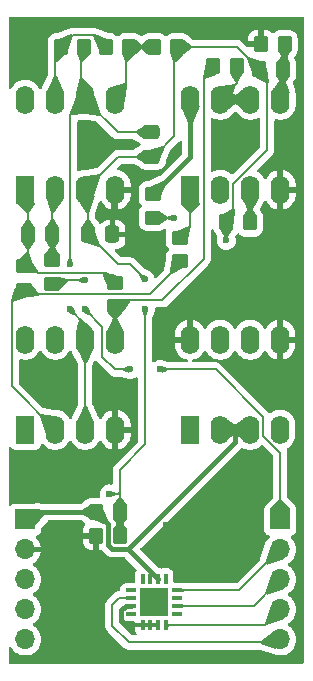
<source format=gbr>
%TF.GenerationSoftware,KiCad,Pcbnew,8.0.3*%
%TF.CreationDate,2025-09-07T10:27:12+08:00*%
%TF.ProjectId,balancing-car,62616c61-6e63-4696-9e67-2d6361722e6b,rev?*%
%TF.SameCoordinates,Original*%
%TF.FileFunction,Copper,L1,Top*%
%TF.FilePolarity,Positive*%
%FSLAX46Y46*%
G04 Gerber Fmt 4.6, Leading zero omitted, Abs format (unit mm)*
G04 Created by KiCad (PCBNEW 8.0.3) date 2025-09-07 10:27:12*
%MOMM*%
%LPD*%
G01*
G04 APERTURE LIST*
G04 Aperture macros list*
%AMRoundRect*
0 Rectangle with rounded corners*
0 $1 Rounding radius*
0 $2 $3 $4 $5 $6 $7 $8 $9 X,Y pos of 4 corners*
0 Add a 4 corners polygon primitive as box body*
4,1,4,$2,$3,$4,$5,$6,$7,$8,$9,$2,$3,0*
0 Add four circle primitives for the rounded corners*
1,1,$1+$1,$2,$3*
1,1,$1+$1,$4,$5*
1,1,$1+$1,$6,$7*
1,1,$1+$1,$8,$9*
0 Add four rect primitives between the rounded corners*
20,1,$1+$1,$2,$3,$4,$5,0*
20,1,$1+$1,$4,$5,$6,$7,0*
20,1,$1+$1,$6,$7,$8,$9,0*
20,1,$1+$1,$8,$9,$2,$3,0*%
G04 Aperture macros list end*
%TA.AperFunction,SMDPad,CuDef*%
%ADD10RoundRect,0.250000X0.450000X-0.350000X0.450000X0.350000X-0.450000X0.350000X-0.450000X-0.350000X0*%
%TD*%
%TA.AperFunction,SMDPad,CuDef*%
%ADD11RoundRect,0.250000X0.350000X0.450000X-0.350000X0.450000X-0.350000X-0.450000X0.350000X-0.450000X0*%
%TD*%
%TA.AperFunction,SMDPad,CuDef*%
%ADD12RoundRect,0.075000X-0.362500X-0.075000X0.362500X-0.075000X0.362500X0.075000X-0.362500X0.075000X0*%
%TD*%
%TA.AperFunction,SMDPad,CuDef*%
%ADD13RoundRect,0.075000X-0.075000X-0.362500X0.075000X-0.362500X0.075000X0.362500X-0.075000X0.362500X0*%
%TD*%
%TA.AperFunction,HeatsinkPad*%
%ADD14R,2.350000X2.350000*%
%TD*%
%TA.AperFunction,SMDPad,CuDef*%
%ADD15RoundRect,0.250000X-0.450000X0.350000X-0.450000X-0.350000X0.450000X-0.350000X0.450000X0.350000X0*%
%TD*%
%TA.AperFunction,ComponentPad*%
%ADD16O,1.700000X1.700000*%
%TD*%
%TA.AperFunction,ComponentPad*%
%ADD17R,1.700000X1.700000*%
%TD*%
%TA.AperFunction,SMDPad,CuDef*%
%ADD18RoundRect,0.250000X-0.350000X-0.450000X0.350000X-0.450000X0.350000X0.450000X-0.350000X0.450000X0*%
%TD*%
%TA.AperFunction,ComponentPad*%
%ADD19O,1.600000X2.400000*%
%TD*%
%TA.AperFunction,ComponentPad*%
%ADD20R,1.600000X2.400000*%
%TD*%
%TA.AperFunction,SMDPad,CuDef*%
%ADD21RoundRect,0.250000X0.337500X0.475000X-0.337500X0.475000X-0.337500X-0.475000X0.337500X-0.475000X0*%
%TD*%
%TA.AperFunction,SMDPad,CuDef*%
%ADD22RoundRect,0.250000X0.475000X-0.337500X0.475000X0.337500X-0.475000X0.337500X-0.475000X-0.337500X0*%
%TD*%
%TA.AperFunction,ViaPad*%
%ADD23C,0.600000*%
%TD*%
%TA.AperFunction,Conductor*%
%ADD24C,0.400000*%
%TD*%
%TA.AperFunction,Conductor*%
%ADD25C,0.200000*%
%TD*%
G04 APERTURE END LIST*
D10*
%TO.P,R14,1*%
%TO.N,/Acceleration*%
X186436000Y-113395000D03*
%TO.P,R14,2*%
%TO.N,Net-(U1A--)*%
X186436000Y-111395000D03*
%TD*%
D11*
%TO.P,R2,2*%
%TO.N,GND*%
X190151000Y-134747000D03*
%TO.P,R2,1*%
%TO.N,/Vmid*%
X192151000Y-134747000D03*
%TD*%
D12*
%TO.P,U5,1,NC*%
%TO.N,unconnected-(U5-NC-Pad1)*%
X193134500Y-139360000D03*
%TO.P,U5,2,ST*%
%TO.N,/ST*%
X193134500Y-140010000D03*
%TO.P,U5,3,Gnd*%
%TO.N,GND*%
X193134500Y-140660000D03*
%TO.P,U5,4,NC*%
%TO.N,unconnected-(U5-NC-Pad4)*%
X193134500Y-141310000D03*
D13*
%TO.P,U5,5,Gnd*%
%TO.N,GND*%
X194097000Y-142272500D03*
%TO.P,U5,6,Gnd*%
X194747000Y-142272500D03*
%TO.P,U5,7,Gnd*%
X195397000Y-142272500D03*
%TO.P,U5,8,Zout*%
%TO.N,/Zout*%
X196047000Y-142272500D03*
D12*
%TO.P,U5,9,NC*%
%TO.N,unconnected-(U5-NC-Pad9)*%
X197009500Y-141310000D03*
%TO.P,U5,10,Yout*%
%TO.N,/Yout*%
X197009500Y-140660000D03*
%TO.P,U5,11,NC*%
%TO.N,unconnected-(U5-NC-Pad11)*%
X197009500Y-140010000D03*
%TO.P,U5,12,Xout*%
%TO.N,/Xout*%
X197009500Y-139360000D03*
D13*
%TO.P,U5,13,NC*%
%TO.N,unconnected-(U5-NC-Pad13)*%
X196047000Y-138397500D03*
%TO.P,U5,14,Vcc*%
%TO.N,VCC*%
X195397000Y-138397500D03*
%TO.P,U5,15,Vcc*%
X194747000Y-138397500D03*
%TO.P,U5,16,NC*%
%TO.N,unconnected-(U5-NC-Pad16)*%
X194097000Y-138397500D03*
D14*
%TO.P,U5,17*%
%TO.N,N/C*%
X195072000Y-140335000D03*
%TD*%
D10*
%TO.P,R12,1*%
%TO.N,Net-(U3B-+)*%
X191770000Y-115300000D03*
%TO.P,R12,2*%
%TO.N,/velocity*%
X191770000Y-113300000D03*
%TD*%
D11*
%TO.P,R9,1*%
%TO.N,Net-(U2B-+)*%
X206105000Y-93091000D03*
%TO.P,R9,2*%
%TO.N,GND*%
X204105000Y-93091000D03*
%TD*%
D15*
%TO.P,R11,1*%
%TO.N,/velocity*%
X184023000Y-111903000D03*
%TO.P,R11,2*%
%TO.N,Net-(U3A--)*%
X184023000Y-113903000D03*
%TD*%
%TO.P,R10,1*%
%TO.N,Net-(U2A--)*%
X197231000Y-109490000D03*
%TO.P,R10,2*%
%TO.N,Net-(U3A--)*%
X197231000Y-111490000D03*
%TD*%
D16*
%TO.P,J1,5,Pin_5*%
%TO.N,/MotorB*%
X184150000Y-143510000D03*
%TO.P,J1,4,Pin_4*%
%TO.N,/MotorA*%
X184150000Y-140970000D03*
%TO.P,J1,3,Pin_3*%
%TO.N,/Vmid*%
X184150000Y-138430000D03*
%TO.P,J1,2,Pin_2*%
%TO.N,GND*%
X184150000Y-135890000D03*
D17*
%TO.P,J1,1,Pin_1*%
%TO.N,VCC*%
X184150000Y-133350000D03*
%TD*%
D18*
%TO.P,R1,2*%
%TO.N,/Vmid*%
X192151000Y-132715000D03*
%TO.P,R1,1*%
%TO.N,VCC*%
X190151000Y-132715000D03*
%TD*%
D19*
%TO.P,U1,8,V+*%
%TO.N,VCC*%
X184160000Y-97805000D03*
%TO.P,U1,7*%
%TO.N,Net-(R3-Pad2)*%
X186700000Y-97805000D03*
%TO.P,U1,6,-*%
%TO.N,/v_sharktooth*%
X189240000Y-97805000D03*
%TO.P,U1,5,+*%
%TO.N,Net-(U1B-+)*%
X191780000Y-97805000D03*
%TO.P,U1,4,V-*%
%TO.N,GND*%
X191780000Y-105425000D03*
%TO.P,U1,3,+*%
%TO.N,/Vmid*%
X189240000Y-105425000D03*
%TO.P,U1,2,-*%
%TO.N,Net-(U1A--)*%
X186700000Y-105425000D03*
D20*
%TO.P,U1,1*%
%TO.N,/velocity*%
X184160000Y-105425000D03*
%TD*%
D21*
%TO.P,C3,1*%
%TO.N,GND*%
X191537500Y-109220000D03*
%TO.P,C3,2*%
%TO.N,/Vmid*%
X189462500Y-109220000D03*
%TD*%
D17*
%TO.P,J2,1,Pin_1*%
%TO.N,/Acceleration*%
X205740000Y-133350000D03*
D16*
%TO.P,J2,2,Pin_2*%
%TO.N,/Xout*%
X205740000Y-135890000D03*
%TO.P,J2,3,Pin_3*%
%TO.N,/Yout*%
X205740000Y-138430000D03*
%TO.P,J2,4,Pin_4*%
%TO.N,/Zout*%
X205740000Y-140970000D03*
%TO.P,J2,5,Pin_5*%
%TO.N,/ST*%
X205740000Y-143510000D03*
%TD*%
D21*
%TO.P,C2,1*%
%TO.N,Net-(U1A--)*%
X186457500Y-109220000D03*
%TO.P,C2,2*%
%TO.N,/velocity*%
X184382500Y-109220000D03*
%TD*%
D19*
%TO.P,U4,8,V-*%
%TO.N,GND*%
X198105000Y-118125000D03*
%TO.P,U4,7,InB*%
%TO.N,Net-(U4A-InB)*%
X200645000Y-118125000D03*
%TO.P,U4,6,InA*%
%TO.N,Net-(U4A-InA)*%
X203185000Y-118125000D03*
%TO.P,U4,5,V-*%
%TO.N,GND*%
X205725000Y-118125000D03*
%TO.P,U4,4,OutB*%
%TO.N,/MotorB*%
X205725000Y-125745000D03*
%TO.P,U4,3,V+*%
%TO.N,VCC*%
X203185000Y-125745000D03*
%TO.P,U4,2,V+*%
X200645000Y-125745000D03*
D20*
%TO.P,U4,1,OutA*%
%TO.N,/MotorA*%
X198105000Y-125745000D03*
%TD*%
%TO.P,U2,1*%
%TO.N,Net-(U2A--)*%
X198130000Y-105425000D03*
D19*
%TO.P,U2,2,-*%
X200670000Y-105425000D03*
%TO.P,U2,3,+*%
%TO.N,Net-(U2A-+)*%
X203210000Y-105425000D03*
%TO.P,U2,4,V-*%
%TO.N,GND*%
X205750000Y-105425000D03*
%TO.P,U2,5,+*%
%TO.N,Net-(U2B-+)*%
X205750000Y-97805000D03*
%TO.P,U2,6,-*%
%TO.N,Net-(U2B--)*%
X203210000Y-97805000D03*
%TO.P,U2,7*%
X200670000Y-97805000D03*
%TO.P,U2,8,V+*%
%TO.N,VCC*%
X198130000Y-97805000D03*
%TD*%
%TO.P,U3,8,V+*%
%TO.N,VCC*%
X184160000Y-118125000D03*
%TO.P,U3,7*%
%TO.N,Net-(U4A-InB)*%
X186700000Y-118125000D03*
%TO.P,U3,6,-*%
%TO.N,/v_sharktooth*%
X189240000Y-118125000D03*
%TO.P,U3,5,+*%
%TO.N,Net-(U3B-+)*%
X191780000Y-118125000D03*
%TO.P,U3,4,V-*%
%TO.N,GND*%
X191780000Y-125745000D03*
%TO.P,U3,3,+*%
%TO.N,/v_sharktooth*%
X189240000Y-125745000D03*
%TO.P,U3,2,-*%
%TO.N,Net-(U3A--)*%
X186700000Y-125745000D03*
D20*
%TO.P,U3,1*%
%TO.N,Net-(U4A-InA)*%
X184160000Y-125745000D03*
%TD*%
D18*
%TO.P,R8,1*%
%TO.N,/Vmid*%
X203978000Y-95250000D03*
%TO.P,R8,2*%
%TO.N,Net-(U2B-+)*%
X205978000Y-95250000D03*
%TD*%
%TO.P,R4,1*%
%TO.N,Net-(R3-Pad2)*%
X190960000Y-93345000D03*
%TO.P,R4,2*%
%TO.N,Net-(U1B-+)*%
X192960000Y-93345000D03*
%TD*%
%TO.P,R5,1*%
%TO.N,Net-(U1B-+)*%
X195040000Y-93345000D03*
%TO.P,R5,2*%
%TO.N,/Vmid*%
X197040000Y-93345000D03*
%TD*%
D11*
%TO.P,R3,1*%
%TO.N,/v_sharktooth*%
X189150000Y-93345000D03*
%TO.P,R3,2*%
%TO.N,Net-(R3-Pad2)*%
X187150000Y-93345000D03*
%TD*%
%TO.P,R13,1*%
%TO.N,Net-(U2B--)*%
X202041000Y-94996000D03*
%TO.P,R13,2*%
%TO.N,Net-(U3B-+)*%
X200041000Y-94996000D03*
%TD*%
%TO.P,R7,1*%
%TO.N,Net-(U2A-+)*%
X203184000Y-108204000D03*
%TO.P,R7,2*%
%TO.N,/Vmid*%
X201184000Y-108204000D03*
%TD*%
D22*
%TO.P,C1,1*%
%TO.N,/Vmid*%
X194818000Y-102637500D03*
%TO.P,C1,2*%
%TO.N,/v_sharktooth*%
X194818000Y-100562500D03*
%TD*%
D15*
%TO.P,R6,1*%
%TO.N,VCC*%
X194945000Y-105807000D03*
%TO.P,R6,2*%
%TO.N,Net-(U2A-+)*%
X194945000Y-107807000D03*
%TD*%
D23*
%TO.N,GND*%
X206248000Y-101854000D03*
X205359000Y-121666000D03*
X192913000Y-142494000D03*
X186436000Y-134366000D03*
%TO.N,/Vmid*%
X191262000Y-131191000D03*
%TO.N,GND*%
X188595000Y-139827000D03*
X196088000Y-133858000D03*
X202819000Y-132207000D03*
X186055000Y-121158000D03*
X190246000Y-101473000D03*
%TO.N,/Vmid*%
X201168000Y-109728000D03*
%TO.N,Net-(U2A-+)*%
X196723000Y-107823000D03*
%TO.N,/v_sharktooth*%
X187960000Y-115570000D03*
X187960000Y-111760000D03*
%TO.N,/Vmid*%
X194310000Y-115570000D03*
X194310000Y-113030000D03*
%TO.N,GND*%
X204343000Y-110744000D03*
X194310000Y-104140000D03*
X201295000Y-101346000D03*
X185420000Y-129540000D03*
X202184000Y-91694000D03*
X203200000Y-113030000D03*
X184150000Y-92583000D03*
%TO.N,/Acceleration*%
X195580000Y-120650000D03*
X193040000Y-120650000D03*
X189230000Y-115570000D03*
X189230000Y-113095000D03*
%TD*%
D24*
%TO.N,GND*%
X193134500Y-140660000D02*
X192673170Y-140660000D01*
X192297000Y-141036170D02*
X192297000Y-141878000D01*
X192673170Y-140660000D02*
X192297000Y-141036170D01*
X192297000Y-141878000D02*
X192913000Y-142494000D01*
%TO.N,VCC*%
X194945000Y-105807000D02*
X198130000Y-102622000D01*
X198130000Y-102622000D02*
X198130000Y-97805000D01*
D25*
%TO.N,/ST*%
X205740000Y-143510000D02*
X205486000Y-143764000D01*
X192913000Y-143764000D02*
X191516000Y-142367000D01*
X191516000Y-142367000D02*
X191516000Y-140589000D01*
X191516000Y-140589000D02*
X192095000Y-140010000D01*
X205486000Y-143764000D02*
X192913000Y-143764000D01*
X192095000Y-140010000D02*
X193134500Y-140010000D01*
%TO.N,/Vmid*%
X192151000Y-134747000D02*
X192151000Y-132715000D01*
X192151000Y-131064000D02*
X192151000Y-129159000D01*
X192151000Y-132715000D02*
X192151000Y-131064000D01*
X192024000Y-131191000D02*
X192151000Y-131064000D01*
X191262000Y-131191000D02*
X192024000Y-131191000D01*
D24*
%TO.N,VCC*%
X200645000Y-125745000D02*
X201930000Y-125745000D01*
X201930000Y-126763500D02*
X201930000Y-125745000D01*
X201930000Y-125745000D02*
X203185000Y-125745000D01*
X192846500Y-135847000D02*
X201930000Y-126763500D01*
X195397000Y-138397500D02*
X192846500Y-135847000D01*
X191524834Y-135847000D02*
X191151000Y-135473166D01*
X191151000Y-135473166D02*
X191151000Y-133715000D01*
X192846500Y-135847000D02*
X191524834Y-135847000D01*
X191151000Y-133715000D02*
X190151000Y-132715000D01*
D25*
%TO.N,/Vmid*%
X192151000Y-129159000D02*
X194310000Y-127000000D01*
D24*
%TO.N,VCC*%
X190151000Y-132715000D02*
X184785000Y-132715000D01*
X184785000Y-132715000D02*
X184150000Y-133350000D01*
D25*
%TO.N,/Zout*%
X205740000Y-140970000D02*
X204437500Y-142272500D01*
X204437500Y-142272500D02*
X196047000Y-142272500D01*
%TO.N,/Yout*%
X205740000Y-138430000D02*
X203510000Y-140660000D01*
X203510000Y-140660000D02*
X197009500Y-140660000D01*
%TO.N,/Xout*%
X197009500Y-139360000D02*
X202270000Y-139360000D01*
X202270000Y-139360000D02*
X205740000Y-135890000D01*
%TO.N,/Acceleration*%
X205740000Y-133350000D02*
X205740000Y-127715635D01*
X204285000Y-126260635D02*
X204285000Y-124656000D01*
X205740000Y-127715635D02*
X204285000Y-126260635D01*
X200279000Y-120650000D02*
X195580000Y-120650000D01*
X204285000Y-124656000D02*
X200279000Y-120650000D01*
%TO.N,Net-(U3A--)*%
X197231000Y-111744000D02*
X194810000Y-114165000D01*
X184415000Y-114295000D02*
X194680000Y-114295000D01*
X194810000Y-114165000D02*
X194675000Y-114300000D01*
X184023000Y-113903000D02*
X184415000Y-114295000D01*
X194680000Y-114295000D02*
X194810000Y-114165000D01*
X183007000Y-122052000D02*
X183007000Y-114919000D01*
X183007000Y-114919000D02*
X184023000Y-113903000D01*
X197231000Y-111490000D02*
X197231000Y-111744000D01*
X183007000Y-122052000D02*
X186700000Y-125745000D01*
%TO.N,Net-(U2B-+)*%
X206105000Y-93091000D02*
X206105000Y-95123000D01*
X206105000Y-95123000D02*
X205978000Y-95250000D01*
%TO.N,/Vmid*%
X189240000Y-105425000D02*
X192027500Y-102637500D01*
X192027500Y-102637500D02*
X194818000Y-102637500D01*
X194818000Y-102637500D02*
X195050500Y-102637500D01*
X195050500Y-102637500D02*
X196770000Y-100918000D01*
X196770000Y-100918000D02*
X196770000Y-93345000D01*
%TO.N,Net-(R3-Pad2)*%
X190960000Y-93345000D02*
X189944000Y-92329000D01*
X189944000Y-92329000D02*
X188166000Y-92329000D01*
X188166000Y-92329000D02*
X187150000Y-93345000D01*
%TO.N,/v_sharktooth*%
X189240000Y-97805000D02*
X191997500Y-100562500D01*
X191997500Y-100562500D02*
X194183000Y-100562500D01*
%TO.N,/Vmid*%
X203978000Y-95250000D02*
X204650000Y-95922000D01*
X204650000Y-95922000D02*
X204650000Y-102029365D01*
X204650000Y-102029365D02*
X201770000Y-104909365D01*
X201770000Y-104909365D02*
X201770000Y-107618000D01*
X201770000Y-107618000D02*
X201184000Y-108204000D01*
X201168000Y-109728000D02*
X201168000Y-108220000D01*
X201168000Y-108220000D02*
X201184000Y-108204000D01*
%TO.N,Net-(U2A-+)*%
X203184000Y-108204000D02*
X203184000Y-105451000D01*
X203184000Y-105451000D02*
X203210000Y-105425000D01*
X196707000Y-107807000D02*
X196723000Y-107823000D01*
X194945000Y-107807000D02*
X196707000Y-107807000D01*
%TO.N,Net-(U2A--)*%
X198130000Y-105425000D02*
X198130000Y-108591000D01*
X198130000Y-108591000D02*
X197231000Y-109490000D01*
%TO.N,/Vmid*%
X203978000Y-95250000D02*
X202073000Y-93345000D01*
X202073000Y-93345000D02*
X197040000Y-93345000D01*
%TO.N,Net-(U2B--)*%
X202041000Y-94996000D02*
X202041000Y-96434000D01*
X202041000Y-96434000D02*
X200670000Y-97805000D01*
%TO.N,Net-(U3B-+)*%
X199263000Y-111296744D02*
X199263000Y-95774000D01*
X199263000Y-95774000D02*
X200041000Y-94996000D01*
X199263000Y-111296744D02*
X195759744Y-114800000D01*
X195759744Y-114800000D02*
X192270000Y-114800000D01*
X192270000Y-114800000D02*
X191770000Y-115300000D01*
%TO.N,Net-(U2B-+)*%
X205978000Y-95250000D02*
X205978000Y-97577000D01*
X205978000Y-97577000D02*
X205750000Y-97805000D01*
%TO.N,/v_sharktooth*%
X189240000Y-118125000D02*
X189240000Y-125745000D01*
X187960000Y-99085000D02*
X189240000Y-97805000D01*
X189240000Y-118125000D02*
X189240000Y-116850000D01*
X189240000Y-116850000D02*
X187960000Y-115570000D01*
X187960000Y-111760000D02*
X187960000Y-99085000D01*
X188880000Y-93345000D02*
X188880000Y-97445000D01*
%TO.N,/Vmid*%
X189462500Y-109220000D02*
X189462500Y-105647500D01*
X192002500Y-111760000D02*
X189462500Y-109220000D01*
X193040000Y-111760000D02*
X192002500Y-111760000D01*
X189462500Y-105647500D02*
X189240000Y-105425000D01*
X194310000Y-127000000D02*
X194310000Y-115570000D01*
X194310000Y-113030000D02*
X193040000Y-111760000D01*
%TO.N,/velocity*%
X190965000Y-112495000D02*
X185250000Y-112495000D01*
X184382500Y-109220000D02*
X184382500Y-105647500D01*
X184382500Y-105647500D02*
X184160000Y-105425000D01*
X191770000Y-113300000D02*
X190965000Y-112495000D01*
X185250000Y-112495000D02*
X184382500Y-111627500D01*
X184382500Y-111627500D02*
X184382500Y-109220000D01*
X184112500Y-109490000D02*
X184382500Y-109220000D01*
%TO.N,Net-(U1A--)*%
X186457500Y-109220000D02*
X186457500Y-105667500D01*
X186457500Y-109220000D02*
X186457500Y-111162500D01*
X186457500Y-105667500D02*
X186700000Y-105425000D01*
%TO.N,GND*%
X191537500Y-109220000D02*
X191537500Y-105667500D01*
X191537500Y-105667500D02*
X191780000Y-105425000D01*
%TO.N,/Acceleration*%
X190680000Y-117020000D02*
X189230000Y-115570000D01*
X186990000Y-113095000D02*
X186690000Y-113395000D01*
X190680000Y-119560000D02*
X190680000Y-117020000D01*
X191770000Y-120650000D02*
X190680000Y-119560000D01*
X189230000Y-113095000D02*
X186990000Y-113095000D01*
X193040000Y-120650000D02*
X191770000Y-120650000D01*
%TO.N,Net-(R3-Pad2)*%
X186700000Y-97805000D02*
X186700000Y-93525000D01*
%TO.N,Net-(U1B-+)*%
X192690000Y-96895000D02*
X191780000Y-97805000D01*
X195040000Y-93345000D02*
X192960000Y-93345000D01*
X192690000Y-93345000D02*
X192690000Y-96895000D01*
%TO.N,Net-(U3B-+)*%
X191770000Y-115300000D02*
X191770000Y-118115000D01*
X191770000Y-118115000D02*
X191780000Y-118125000D01*
%TO.N,Net-(U2B--)*%
X200670000Y-97805000D02*
X203210000Y-97805000D01*
%TD*%
%TA.AperFunction,Conductor*%
%TO.N,GND*%
G36*
X207722539Y-90817185D02*
G01*
X207768294Y-90869989D01*
X207779500Y-90921500D01*
X207779500Y-145425500D01*
X207759815Y-145492539D01*
X207707011Y-145538294D01*
X207655500Y-145549500D01*
X182869500Y-145549500D01*
X182802461Y-145529815D01*
X182756706Y-145477011D01*
X182745500Y-145425500D01*
X182745500Y-144251427D01*
X182765185Y-144184388D01*
X182817989Y-144138633D01*
X182887147Y-144128689D01*
X182950703Y-144157714D01*
X182972256Y-144183818D01*
X182972860Y-144183396D01*
X183020496Y-144251427D01*
X183111505Y-144381401D01*
X183278599Y-144548495D01*
X183375384Y-144616265D01*
X183472165Y-144684032D01*
X183472167Y-144684033D01*
X183472170Y-144684035D01*
X183686337Y-144783903D01*
X183914592Y-144845063D01*
X184102918Y-144861539D01*
X184149999Y-144865659D01*
X184150000Y-144865659D01*
X184150001Y-144865659D01*
X184189234Y-144862226D01*
X184385408Y-144845063D01*
X184613663Y-144783903D01*
X184827830Y-144684035D01*
X185021401Y-144548495D01*
X185188495Y-144381401D01*
X185324035Y-144187830D01*
X185423903Y-143973663D01*
X185485063Y-143745408D01*
X185505659Y-143510000D01*
X185485063Y-143274592D01*
X185423903Y-143046337D01*
X185324035Y-142832171D01*
X185307894Y-142809118D01*
X185188494Y-142638597D01*
X185021402Y-142471506D01*
X185021396Y-142471501D01*
X184835842Y-142341575D01*
X184792217Y-142286998D01*
X184785023Y-142217500D01*
X184816546Y-142155145D01*
X184835842Y-142138425D01*
X184900343Y-142093261D01*
X185021401Y-142008495D01*
X185188495Y-141841401D01*
X185324035Y-141647830D01*
X185423903Y-141433663D01*
X185485063Y-141205408D01*
X185505659Y-140970000D01*
X185485063Y-140734592D01*
X185423903Y-140506337D01*
X185324035Y-140292171D01*
X185307894Y-140269118D01*
X185188494Y-140098597D01*
X185021402Y-139931506D01*
X185021396Y-139931501D01*
X184835842Y-139801575D01*
X184792217Y-139746998D01*
X184785023Y-139677500D01*
X184816546Y-139615145D01*
X184835842Y-139598425D01*
X184934305Y-139529480D01*
X185021401Y-139468495D01*
X185188495Y-139301401D01*
X185324035Y-139107830D01*
X185423903Y-138893663D01*
X185485063Y-138665408D01*
X185505659Y-138430000D01*
X185485063Y-138194592D01*
X185423903Y-137966337D01*
X185324035Y-137752171D01*
X185318848Y-137744762D01*
X185188494Y-137558597D01*
X185021402Y-137391506D01*
X185021401Y-137391505D01*
X184835405Y-137261269D01*
X184791781Y-137206692D01*
X184784588Y-137137193D01*
X184816110Y-137074839D01*
X184835405Y-137058119D01*
X185021082Y-136928105D01*
X185188105Y-136761082D01*
X185323600Y-136567578D01*
X185423429Y-136353492D01*
X185423432Y-136353486D01*
X185480636Y-136140000D01*
X184583012Y-136140000D01*
X184615925Y-136082993D01*
X184650000Y-135955826D01*
X184650000Y-135824174D01*
X184615925Y-135697007D01*
X184583012Y-135640000D01*
X185480636Y-135640000D01*
X185480635Y-135639999D01*
X185423432Y-135426513D01*
X185423429Y-135426507D01*
X185339717Y-135246986D01*
X189051001Y-135246986D01*
X189061494Y-135349697D01*
X189116641Y-135516119D01*
X189116643Y-135516124D01*
X189208684Y-135665345D01*
X189332654Y-135789315D01*
X189481875Y-135881356D01*
X189481880Y-135881358D01*
X189648302Y-135936505D01*
X189648309Y-135936506D01*
X189751019Y-135946999D01*
X189900999Y-135946999D01*
X189901000Y-135946998D01*
X189901000Y-134997000D01*
X189051001Y-134997000D01*
X189051001Y-135246986D01*
X185339717Y-135246986D01*
X185323600Y-135212422D01*
X185323599Y-135212420D01*
X185188113Y-135018926D01*
X185188108Y-135018920D01*
X185066053Y-134896865D01*
X185032568Y-134835542D01*
X185037552Y-134765850D01*
X185079424Y-134709917D01*
X185110400Y-134693002D01*
X185242331Y-134643796D01*
X185357546Y-134557546D01*
X185443796Y-134442331D01*
X185494091Y-134307483D01*
X185497435Y-134276383D01*
X185500500Y-134247882D01*
X185500499Y-134247877D01*
X185500500Y-134247873D01*
X185500499Y-134172757D01*
X185520183Y-134105719D01*
X185529056Y-134093594D01*
X186054406Y-133460327D01*
X186112359Y-133421300D01*
X186149841Y-133415500D01*
X188765872Y-133415500D01*
X188830472Y-133433657D01*
X189176732Y-133645007D01*
X189223697Y-133696734D01*
X189235241Y-133765643D01*
X189211762Y-133822069D01*
X189212475Y-133822509D01*
X189209725Y-133826966D01*
X189209400Y-133827749D01*
X189208685Y-133828652D01*
X189116643Y-133977875D01*
X189116641Y-133977880D01*
X189061494Y-134144302D01*
X189061493Y-134144309D01*
X189051000Y-134247013D01*
X189051000Y-134497000D01*
X190277000Y-134497000D01*
X190344039Y-134516685D01*
X190389794Y-134569489D01*
X190401000Y-134621000D01*
X190401000Y-135946999D01*
X190550973Y-135946999D01*
X190550992Y-135946998D01*
X190567840Y-135945276D01*
X190636533Y-135958042D01*
X190668129Y-135980952D01*
X191078287Y-136391111D01*
X191078288Y-136391112D01*
X191193026Y-136467777D01*
X191289372Y-136507684D01*
X191320506Y-136520580D01*
X191320510Y-136520580D01*
X191320511Y-136520581D01*
X191455838Y-136547500D01*
X191455841Y-136547500D01*
X192504981Y-136547500D01*
X192572020Y-136567185D01*
X192592662Y-136583819D01*
X193544137Y-137535294D01*
X193577622Y-137596617D01*
X193572638Y-137666309D01*
X193554833Y-137698459D01*
X193519304Y-137744762D01*
X193519300Y-137744769D01*
X193461313Y-137884763D01*
X193461313Y-137884764D01*
X193446500Y-137997272D01*
X193446500Y-138585500D01*
X193426815Y-138652539D01*
X193374011Y-138698294D01*
X193322500Y-138709500D01*
X192734272Y-138709500D01*
X192621764Y-138724313D01*
X192621763Y-138724313D01*
X192481770Y-138782300D01*
X192481767Y-138782301D01*
X192481767Y-138782302D01*
X192361549Y-138874549D01*
X192346882Y-138893664D01*
X192269300Y-138994770D01*
X192211313Y-139134763D01*
X192211313Y-139134764D01*
X192196500Y-139247272D01*
X192196500Y-139285499D01*
X192176815Y-139352538D01*
X192124011Y-139398293D01*
X192072500Y-139409499D01*
X192015943Y-139409499D01*
X191939579Y-139429961D01*
X191863214Y-139450423D01*
X191863209Y-139450426D01*
X191726290Y-139529475D01*
X191726282Y-139529481D01*
X191140217Y-140115546D01*
X191140214Y-140115548D01*
X191140215Y-140115549D01*
X191035478Y-140220286D01*
X191035475Y-140220290D01*
X190992478Y-140294765D01*
X190992478Y-140294766D01*
X190956423Y-140357214D01*
X190956423Y-140357215D01*
X190915499Y-140509943D01*
X190915499Y-140509945D01*
X190915499Y-140678046D01*
X190915500Y-140678059D01*
X190915500Y-142280330D01*
X190915499Y-142280348D01*
X190915499Y-142446054D01*
X190915498Y-142446054D01*
X190915499Y-142446057D01*
X190956423Y-142598785D01*
X190980921Y-142641216D01*
X190999110Y-142672720D01*
X191035479Y-142735714D01*
X191035481Y-142735717D01*
X191154349Y-142854585D01*
X191154355Y-142854590D01*
X192428139Y-144128374D01*
X192428149Y-144128385D01*
X192432479Y-144132715D01*
X192432480Y-144132716D01*
X192544284Y-144244520D01*
X192544286Y-144244521D01*
X192544290Y-144244524D01*
X192556247Y-144251427D01*
X192681216Y-144323577D01*
X192769670Y-144347278D01*
X192833942Y-144364500D01*
X192833943Y-144364500D01*
X203975240Y-144364500D01*
X204013642Y-144370596D01*
X205247889Y-144772597D01*
X205249624Y-144773097D01*
X205267663Y-144779858D01*
X205276337Y-144783903D01*
X205504592Y-144845063D01*
X205692918Y-144861539D01*
X205739999Y-144865659D01*
X205740000Y-144865659D01*
X205740001Y-144865659D01*
X205779234Y-144862226D01*
X205975408Y-144845063D01*
X206203663Y-144783903D01*
X206417830Y-144684035D01*
X206611401Y-144548495D01*
X206778495Y-144381401D01*
X206914035Y-144187830D01*
X207013903Y-143973663D01*
X207075063Y-143745408D01*
X207095659Y-143510000D01*
X207075063Y-143274592D01*
X207013903Y-143046337D01*
X206914035Y-142832171D01*
X206897894Y-142809118D01*
X206778494Y-142638597D01*
X206611402Y-142471506D01*
X206611396Y-142471501D01*
X206425842Y-142341575D01*
X206382217Y-142286998D01*
X206375023Y-142217500D01*
X206406546Y-142155145D01*
X206425842Y-142138425D01*
X206490343Y-142093261D01*
X206611401Y-142008495D01*
X206778495Y-141841401D01*
X206914035Y-141647830D01*
X207013903Y-141433663D01*
X207075063Y-141205408D01*
X207095659Y-140970000D01*
X207075063Y-140734592D01*
X207013903Y-140506337D01*
X206914035Y-140292171D01*
X206897894Y-140269118D01*
X206778494Y-140098597D01*
X206611402Y-139931506D01*
X206611396Y-139931501D01*
X206425842Y-139801575D01*
X206382217Y-139746998D01*
X206375023Y-139677500D01*
X206406546Y-139615145D01*
X206425842Y-139598425D01*
X206524305Y-139529480D01*
X206611401Y-139468495D01*
X206778495Y-139301401D01*
X206914035Y-139107830D01*
X207013903Y-138893663D01*
X207075063Y-138665408D01*
X207095659Y-138430000D01*
X207075063Y-138194592D01*
X207013903Y-137966337D01*
X206914035Y-137752171D01*
X206908848Y-137744762D01*
X206778494Y-137558597D01*
X206611402Y-137391506D01*
X206611396Y-137391501D01*
X206425842Y-137261575D01*
X206382217Y-137206998D01*
X206375023Y-137137500D01*
X206406546Y-137075145D01*
X206425842Y-137058425D01*
X206448026Y-137042891D01*
X206611401Y-136928495D01*
X206778495Y-136761401D01*
X206914035Y-136567830D01*
X207013903Y-136353663D01*
X207075063Y-136125408D01*
X207095659Y-135890000D01*
X207075063Y-135654592D01*
X207021369Y-135454200D01*
X207013905Y-135426344D01*
X207013904Y-135426343D01*
X207013903Y-135426337D01*
X206914035Y-135212171D01*
X206898603Y-135190132D01*
X206778496Y-135018600D01*
X206756896Y-134997000D01*
X206656567Y-134896671D01*
X206623084Y-134835351D01*
X206628068Y-134765659D01*
X206669939Y-134709725D01*
X206700915Y-134692810D01*
X206832331Y-134643796D01*
X206947546Y-134557546D01*
X207033796Y-134442331D01*
X207084091Y-134307483D01*
X207090500Y-134247873D01*
X207090499Y-132485110D01*
X207090743Y-132480147D01*
X207090622Y-132477429D01*
X207090499Y-132471910D01*
X207090499Y-132452129D01*
X207090498Y-132452123D01*
X207090497Y-132452116D01*
X207084091Y-132392517D01*
X207067641Y-132348416D01*
X207063952Y-132336811D01*
X207063819Y-132336310D01*
X207063818Y-132336309D01*
X207063818Y-132336305D01*
X207060914Y-132327834D01*
X207060912Y-132327829D01*
X207060903Y-132327805D01*
X207054692Y-132312429D01*
X207049130Y-132298659D01*
X207047960Y-132295648D01*
X207033796Y-132257669D01*
X207005551Y-132219939D01*
X206985939Y-132193740D01*
X206981497Y-132187403D01*
X206961779Y-132157319D01*
X206961776Y-132157315D01*
X206961775Y-132157313D01*
X206371520Y-131488357D01*
X206341926Y-131425065D01*
X206340500Y-131406316D01*
X206340500Y-127804695D01*
X206340501Y-127804682D01*
X206340501Y-127636579D01*
X206310465Y-127524485D01*
X206299577Y-127483851D01*
X206288167Y-127464088D01*
X206271694Y-127396187D01*
X206294547Y-127330161D01*
X206339258Y-127291604D01*
X206406610Y-127257287D01*
X206459223Y-127219062D01*
X206572213Y-127136971D01*
X206572215Y-127136968D01*
X206572219Y-127136966D01*
X206716966Y-126992219D01*
X206716968Y-126992215D01*
X206716971Y-126992213D01*
X206777670Y-126908666D01*
X206837287Y-126826610D01*
X206930220Y-126644219D01*
X206993477Y-126449534D01*
X207025500Y-126247352D01*
X207025500Y-125242648D01*
X206995000Y-125050081D01*
X206993477Y-125040465D01*
X206964127Y-124950137D01*
X206930220Y-124845781D01*
X206930218Y-124845778D01*
X206930218Y-124845776D01*
X206856766Y-124701620D01*
X206837287Y-124663390D01*
X206829556Y-124652749D01*
X206716971Y-124497786D01*
X206572213Y-124353028D01*
X206406613Y-124232715D01*
X206406612Y-124232714D01*
X206406610Y-124232713D01*
X206349653Y-124203691D01*
X206224223Y-124139781D01*
X206029534Y-124076522D01*
X205854995Y-124048878D01*
X205827352Y-124044500D01*
X205622648Y-124044500D01*
X205598329Y-124048351D01*
X205420465Y-124076522D01*
X205225776Y-124139781D01*
X205043386Y-124232715D01*
X204935821Y-124310865D01*
X204870014Y-124334345D01*
X204801961Y-124318519D01*
X204771893Y-124292404D01*
X204771267Y-124293031D01*
X200766590Y-120288355D01*
X200766588Y-120288352D01*
X200647717Y-120169481D01*
X200647709Y-120169475D01*
X200545936Y-120110717D01*
X200545934Y-120110716D01*
X200510790Y-120090425D01*
X200510789Y-120090424D01*
X200498263Y-120087067D01*
X200358057Y-120049499D01*
X200199943Y-120049499D01*
X200192347Y-120049499D01*
X200192331Y-120049500D01*
X198365446Y-120049500D01*
X198298407Y-120029815D01*
X198252652Y-119977011D01*
X198242708Y-119907853D01*
X198271733Y-119844297D01*
X198330511Y-119806523D01*
X198346048Y-119803027D01*
X198409417Y-119792990D01*
X198604031Y-119729755D01*
X198786349Y-119636859D01*
X198951894Y-119516582D01*
X198951895Y-119516582D01*
X199096582Y-119371895D01*
X199096582Y-119371894D01*
X199216861Y-119206347D01*
X199264234Y-119113371D01*
X199312208Y-119062575D01*
X199380028Y-119045779D01*
X199446164Y-119068316D01*
X199485203Y-119113369D01*
X199532713Y-119206611D01*
X199653028Y-119372213D01*
X199797786Y-119516971D01*
X199952749Y-119629556D01*
X199963390Y-119637287D01*
X200079607Y-119696503D01*
X200145776Y-119730218D01*
X200145778Y-119730218D01*
X200145781Y-119730220D01*
X200240023Y-119760841D01*
X200340465Y-119793477D01*
X200400761Y-119803027D01*
X200542648Y-119825500D01*
X200542649Y-119825500D01*
X200747351Y-119825500D01*
X200747352Y-119825500D01*
X200949534Y-119793477D01*
X201144219Y-119730220D01*
X201326610Y-119637287D01*
X201419590Y-119569732D01*
X201492213Y-119516971D01*
X201492215Y-119516968D01*
X201492219Y-119516966D01*
X201636966Y-119372219D01*
X201636968Y-119372215D01*
X201636971Y-119372213D01*
X201757284Y-119206614D01*
X201757286Y-119206611D01*
X201757287Y-119206610D01*
X201804516Y-119113917D01*
X201852489Y-119063123D01*
X201920310Y-119046328D01*
X201986445Y-119068865D01*
X202025483Y-119113917D01*
X202025486Y-119113921D01*
X202072715Y-119206614D01*
X202193028Y-119372213D01*
X202337786Y-119516971D01*
X202492749Y-119629556D01*
X202503390Y-119637287D01*
X202619607Y-119696503D01*
X202685776Y-119730218D01*
X202685778Y-119730218D01*
X202685781Y-119730220D01*
X202780023Y-119760841D01*
X202880465Y-119793477D01*
X202940761Y-119803027D01*
X203082648Y-119825500D01*
X203082649Y-119825500D01*
X203287351Y-119825500D01*
X203287352Y-119825500D01*
X203489534Y-119793477D01*
X203684219Y-119730220D01*
X203866610Y-119637287D01*
X203959590Y-119569732D01*
X204032213Y-119516971D01*
X204032215Y-119516968D01*
X204032219Y-119516966D01*
X204176966Y-119372219D01*
X204176968Y-119372215D01*
X204176971Y-119372213D01*
X204297284Y-119206614D01*
X204297286Y-119206611D01*
X204297287Y-119206610D01*
X204344795Y-119113369D01*
X204392770Y-119062574D01*
X204460591Y-119045779D01*
X204526725Y-119068316D01*
X204565765Y-119113370D01*
X204613140Y-119206349D01*
X204733417Y-119371894D01*
X204733417Y-119371895D01*
X204878104Y-119516582D01*
X205043650Y-119636859D01*
X205225968Y-119729754D01*
X205420578Y-119792988D01*
X205475000Y-119801607D01*
X205475000Y-118440686D01*
X205479394Y-118445080D01*
X205570606Y-118497741D01*
X205672339Y-118525000D01*
X205777661Y-118525000D01*
X205879394Y-118497741D01*
X205970606Y-118445080D01*
X205975000Y-118440686D01*
X205975000Y-119801606D01*
X206029421Y-119792988D01*
X206224031Y-119729754D01*
X206406349Y-119636859D01*
X206571894Y-119516582D01*
X206571895Y-119516582D01*
X206716582Y-119371895D01*
X206716582Y-119371894D01*
X206836859Y-119206349D01*
X206929755Y-119024031D01*
X206992990Y-118829417D01*
X207025000Y-118627317D01*
X207025000Y-118375000D01*
X206040686Y-118375000D01*
X206045080Y-118370606D01*
X206097741Y-118279394D01*
X206125000Y-118177661D01*
X206125000Y-118072339D01*
X206097741Y-117970606D01*
X206045080Y-117879394D01*
X206040686Y-117875000D01*
X207025000Y-117875000D01*
X207025000Y-117622682D01*
X206992990Y-117420582D01*
X206929755Y-117225968D01*
X206836859Y-117043650D01*
X206716582Y-116878105D01*
X206716582Y-116878104D01*
X206571895Y-116733417D01*
X206406349Y-116613140D01*
X206224029Y-116520244D01*
X206029413Y-116457009D01*
X205975000Y-116448390D01*
X205975000Y-117809314D01*
X205970606Y-117804920D01*
X205879394Y-117752259D01*
X205777661Y-117725000D01*
X205672339Y-117725000D01*
X205570606Y-117752259D01*
X205479394Y-117804920D01*
X205475000Y-117809314D01*
X205475000Y-116448390D01*
X205420586Y-116457009D01*
X205225970Y-116520244D01*
X205043650Y-116613140D01*
X204878105Y-116733417D01*
X204878104Y-116733417D01*
X204733417Y-116878104D01*
X204733417Y-116878105D01*
X204613140Y-117043650D01*
X204565765Y-117136629D01*
X204517790Y-117187425D01*
X204449969Y-117204220D01*
X204383834Y-117181682D01*
X204344795Y-117136629D01*
X204328330Y-117104316D01*
X204297287Y-117043390D01*
X204289556Y-117032749D01*
X204176971Y-116877786D01*
X204032213Y-116733028D01*
X203866613Y-116612715D01*
X203866612Y-116612714D01*
X203866610Y-116612713D01*
X203807379Y-116582533D01*
X203684223Y-116519781D01*
X203489534Y-116456522D01*
X203314995Y-116428878D01*
X203287352Y-116424500D01*
X203082648Y-116424500D01*
X203058329Y-116428351D01*
X202880465Y-116456522D01*
X202685776Y-116519781D01*
X202503386Y-116612715D01*
X202337786Y-116733028D01*
X202193028Y-116877786D01*
X202072715Y-117043386D01*
X202025485Y-117136080D01*
X201977510Y-117186876D01*
X201909689Y-117203671D01*
X201843554Y-117181134D01*
X201804515Y-117136080D01*
X201803883Y-117134840D01*
X201757287Y-117043390D01*
X201749556Y-117032749D01*
X201636971Y-116877786D01*
X201492213Y-116733028D01*
X201326613Y-116612715D01*
X201326612Y-116612714D01*
X201326610Y-116612713D01*
X201267379Y-116582533D01*
X201144223Y-116519781D01*
X200949534Y-116456522D01*
X200774995Y-116428878D01*
X200747352Y-116424500D01*
X200542648Y-116424500D01*
X200518329Y-116428351D01*
X200340465Y-116456522D01*
X200145776Y-116519781D01*
X199963386Y-116612715D01*
X199797786Y-116733028D01*
X199653028Y-116877786D01*
X199532713Y-117043388D01*
X199485203Y-117136630D01*
X199437228Y-117187426D01*
X199369407Y-117204220D01*
X199303272Y-117181682D01*
X199264234Y-117136628D01*
X199216861Y-117043652D01*
X199096582Y-116878105D01*
X199096582Y-116878104D01*
X198951895Y-116733417D01*
X198786349Y-116613140D01*
X198604029Y-116520244D01*
X198409413Y-116457009D01*
X198355000Y-116448390D01*
X198355000Y-117809314D01*
X198350606Y-117804920D01*
X198259394Y-117752259D01*
X198157661Y-117725000D01*
X198052339Y-117725000D01*
X197950606Y-117752259D01*
X197859394Y-117804920D01*
X197855000Y-117809314D01*
X197855000Y-116448390D01*
X197800586Y-116457009D01*
X197605970Y-116520244D01*
X197423650Y-116613140D01*
X197258105Y-116733417D01*
X197258104Y-116733417D01*
X197113417Y-116878104D01*
X197113417Y-116878105D01*
X196993140Y-117043650D01*
X196900244Y-117225968D01*
X196837009Y-117420582D01*
X196805000Y-117622682D01*
X196805000Y-117875000D01*
X197789314Y-117875000D01*
X197784920Y-117879394D01*
X197732259Y-117970606D01*
X197705000Y-118072339D01*
X197705000Y-118177661D01*
X197732259Y-118279394D01*
X197784920Y-118370606D01*
X197789314Y-118375000D01*
X196805000Y-118375000D01*
X196805000Y-118627317D01*
X196837009Y-118829417D01*
X196900244Y-119024031D01*
X196993140Y-119206349D01*
X197113417Y-119371894D01*
X197113417Y-119371895D01*
X197258104Y-119516582D01*
X197423650Y-119636859D01*
X197605968Y-119729755D01*
X197800582Y-119792990D01*
X197863952Y-119803027D01*
X197927087Y-119832956D01*
X197964018Y-119892268D01*
X197963020Y-119962131D01*
X197924410Y-120020363D01*
X197860446Y-120048477D01*
X197844554Y-120049500D01*
X196305027Y-120049500D01*
X196262496Y-120041978D01*
X195878687Y-119901834D01*
X195863867Y-119897120D01*
X195838111Y-119888927D01*
X195838104Y-119888926D01*
X195838095Y-119888924D01*
X195836718Y-119888754D01*
X195810992Y-119882735D01*
X195759252Y-119864631D01*
X195580004Y-119844435D01*
X195579996Y-119844435D01*
X195400750Y-119864630D01*
X195400745Y-119864631D01*
X195230476Y-119924211D01*
X195100472Y-120005899D01*
X195033235Y-120024899D01*
X194966400Y-120004531D01*
X194921186Y-119951263D01*
X194910500Y-119900905D01*
X194910500Y-116295025D01*
X194918022Y-116252494D01*
X195039603Y-115919523D01*
X195058166Y-115868686D01*
X195071071Y-115828117D01*
X195071241Y-115826739D01*
X195077262Y-115800994D01*
X195095368Y-115749255D01*
X195115565Y-115570000D01*
X195112003Y-115538384D01*
X195124057Y-115469562D01*
X195171406Y-115418182D01*
X195235223Y-115400500D01*
X195673075Y-115400500D01*
X195673091Y-115400501D01*
X195680687Y-115400501D01*
X195838798Y-115400501D01*
X195838801Y-115400501D01*
X195991529Y-115359577D01*
X196052831Y-115324184D01*
X196128460Y-115280520D01*
X196240264Y-115168716D01*
X196240264Y-115168714D01*
X196250468Y-115158511D01*
X196250472Y-115158506D01*
X199631713Y-111777265D01*
X199631716Y-111777264D01*
X199743520Y-111665460D01*
X199793639Y-111578648D01*
X199822577Y-111528529D01*
X199863500Y-111375801D01*
X199863500Y-111217687D01*
X199863500Y-108879616D01*
X199883185Y-108812577D01*
X199935989Y-108766822D01*
X200005147Y-108756878D01*
X200068703Y-108785903D01*
X200105206Y-108840613D01*
X200108737Y-108851267D01*
X200115501Y-108871681D01*
X200118984Y-108884433D01*
X200120418Y-108891057D01*
X200120419Y-108891060D01*
X200120420Y-108891062D01*
X200124557Y-108900591D01*
X200128517Y-108910963D01*
X200149183Y-108973327D01*
X200149185Y-108973331D01*
X200149186Y-108973334D01*
X200168000Y-109003838D01*
X200176195Y-109019533D01*
X200177718Y-109023041D01*
X200177720Y-109023044D01*
X200392807Y-109371985D01*
X200411227Y-109439383D01*
X200407165Y-109464060D01*
X200408155Y-109464277D01*
X200406925Y-109469894D01*
X200406754Y-109471281D01*
X200400735Y-109497006D01*
X200382631Y-109548745D01*
X200382631Y-109548746D01*
X200362435Y-109727996D01*
X200362435Y-109728003D01*
X200382630Y-109907249D01*
X200382631Y-109907254D01*
X200442211Y-110077523D01*
X200494473Y-110160697D01*
X200538184Y-110230262D01*
X200665738Y-110357816D01*
X200700748Y-110379814D01*
X200814874Y-110451525D01*
X200818478Y-110453789D01*
X200917914Y-110488583D01*
X200988745Y-110513368D01*
X200988750Y-110513369D01*
X201167996Y-110533565D01*
X201168000Y-110533565D01*
X201168004Y-110533565D01*
X201347249Y-110513369D01*
X201347252Y-110513368D01*
X201347255Y-110513368D01*
X201517522Y-110453789D01*
X201670262Y-110357816D01*
X201797816Y-110230262D01*
X201893789Y-110077522D01*
X201953368Y-109907255D01*
X201955311Y-109890009D01*
X201973565Y-109728003D01*
X201973565Y-109727996D01*
X201953369Y-109548751D01*
X201953368Y-109548749D01*
X201953368Y-109548745D01*
X201935651Y-109498115D01*
X201932089Y-109428342D01*
X201949146Y-109388944D01*
X202087256Y-109179313D01*
X202140576Y-109134161D01*
X202209843Y-109125003D01*
X202273065Y-109154748D01*
X202278484Y-109159852D01*
X202365344Y-109246712D01*
X202514666Y-109338814D01*
X202681203Y-109393999D01*
X202783991Y-109404500D01*
X203584008Y-109404499D01*
X203584016Y-109404498D01*
X203584019Y-109404498D01*
X203640302Y-109398748D01*
X203686797Y-109393999D01*
X203853334Y-109338814D01*
X204002656Y-109246712D01*
X204126712Y-109122656D01*
X204218814Y-108973334D01*
X204273999Y-108806797D01*
X204284500Y-108704009D01*
X204284499Y-107703992D01*
X204273999Y-107601203D01*
X204251034Y-107531902D01*
X204247969Y-107521001D01*
X204245290Y-107509480D01*
X204241672Y-107501481D01*
X204236944Y-107489379D01*
X204236188Y-107487098D01*
X204218814Y-107434666D01*
X204195344Y-107396617D01*
X204187905Y-107382625D01*
X204185989Y-107378388D01*
X204128677Y-107288504D01*
X204127685Y-107286922D01*
X204124338Y-107281494D01*
X204123079Y-107279724D01*
X204049931Y-107165002D01*
X204030488Y-107097895D01*
X204044404Y-107041264D01*
X204315917Y-106517610D01*
X204320279Y-106509886D01*
X204322286Y-106506611D01*
X204322420Y-106506349D01*
X204369795Y-106413369D01*
X204417769Y-106362574D01*
X204485590Y-106345779D01*
X204551725Y-106368316D01*
X204590765Y-106413370D01*
X204638140Y-106506349D01*
X204758417Y-106671894D01*
X204758417Y-106671895D01*
X204903104Y-106816582D01*
X205068650Y-106936859D01*
X205250968Y-107029754D01*
X205445578Y-107092988D01*
X205500000Y-107101607D01*
X205500000Y-105740686D01*
X205504394Y-105745080D01*
X205595606Y-105797741D01*
X205697339Y-105825000D01*
X205802661Y-105825000D01*
X205904394Y-105797741D01*
X205995606Y-105745080D01*
X206000000Y-105740686D01*
X206000000Y-107101606D01*
X206054421Y-107092988D01*
X206249031Y-107029754D01*
X206431349Y-106936859D01*
X206596894Y-106816582D01*
X206596895Y-106816582D01*
X206741582Y-106671895D01*
X206741582Y-106671894D01*
X206861859Y-106506349D01*
X206954755Y-106324031D01*
X207017990Y-106129417D01*
X207050000Y-105927317D01*
X207050000Y-105675000D01*
X206065686Y-105675000D01*
X206070080Y-105670606D01*
X206122741Y-105579394D01*
X206150000Y-105477661D01*
X206150000Y-105372339D01*
X206122741Y-105270606D01*
X206070080Y-105179394D01*
X206065686Y-105175000D01*
X207050000Y-105175000D01*
X207050000Y-104922682D01*
X207017990Y-104720582D01*
X206954755Y-104525968D01*
X206861859Y-104343650D01*
X206741582Y-104178105D01*
X206741582Y-104178104D01*
X206596895Y-104033417D01*
X206431349Y-103913140D01*
X206249029Y-103820244D01*
X206054413Y-103757009D01*
X206000000Y-103748390D01*
X206000000Y-105109314D01*
X205995606Y-105104920D01*
X205904394Y-105052259D01*
X205802661Y-105025000D01*
X205697339Y-105025000D01*
X205595606Y-105052259D01*
X205504394Y-105104920D01*
X205500000Y-105109314D01*
X205500000Y-103748390D01*
X205445586Y-103757009D01*
X205250970Y-103820244D01*
X205068650Y-103913140D01*
X204903105Y-104033417D01*
X204903104Y-104033417D01*
X204758417Y-104178104D01*
X204758417Y-104178105D01*
X204638140Y-104343650D01*
X204590765Y-104436629D01*
X204542790Y-104487425D01*
X204474969Y-104504220D01*
X204408834Y-104481682D01*
X204369795Y-104436629D01*
X204322419Y-104343650D01*
X204322287Y-104343390D01*
X204314556Y-104332749D01*
X204201971Y-104177786D01*
X204057213Y-104033028D01*
X203891611Y-103912713D01*
X203861023Y-103897128D01*
X203810226Y-103849154D01*
X203793431Y-103781333D01*
X203815968Y-103715198D01*
X203829630Y-103698968D01*
X205008506Y-102520093D01*
X205008511Y-102520089D01*
X205018714Y-102509885D01*
X205018716Y-102509885D01*
X205130520Y-102398081D01*
X205205169Y-102268784D01*
X205209577Y-102261150D01*
X205250500Y-102108422D01*
X205250500Y-101950308D01*
X205250500Y-99580800D01*
X205270185Y-99513761D01*
X205322989Y-99468006D01*
X205392147Y-99458062D01*
X205412820Y-99462870D01*
X205445458Y-99473475D01*
X205445461Y-99473475D01*
X205445466Y-99473477D01*
X205647648Y-99505500D01*
X205647649Y-99505500D01*
X205852351Y-99505500D01*
X205852352Y-99505500D01*
X206054534Y-99473477D01*
X206249219Y-99410220D01*
X206431610Y-99317287D01*
X206524590Y-99249732D01*
X206597213Y-99196971D01*
X206597215Y-99196968D01*
X206597219Y-99196966D01*
X206741966Y-99052219D01*
X206741968Y-99052215D01*
X206741971Y-99052213D01*
X206818845Y-98946403D01*
X206862287Y-98886610D01*
X206955220Y-98704219D01*
X207018477Y-98509534D01*
X207050500Y-98307352D01*
X207050500Y-97302648D01*
X207018477Y-97100466D01*
X207018476Y-97100462D01*
X207018476Y-97100461D01*
X206977404Y-96974057D01*
X206955220Y-96905781D01*
X206955219Y-96905779D01*
X206953356Y-96901281D01*
X206953672Y-96901149D01*
X206949825Y-96891893D01*
X206801987Y-96439027D01*
X206799896Y-96369190D01*
X206815309Y-96333886D01*
X206917019Y-96174368D01*
X206918284Y-96172594D01*
X206921685Y-96167077D01*
X206922625Y-96165576D01*
X206979990Y-96075610D01*
X206983573Y-96069908D01*
X206984790Y-96067116D01*
X206992900Y-96051618D01*
X207012814Y-96019334D01*
X207033648Y-95956455D01*
X207037700Y-95945876D01*
X207041122Y-95938038D01*
X207042952Y-95931392D01*
X207043273Y-95929868D01*
X207046885Y-95916508D01*
X207067999Y-95852797D01*
X207078500Y-95750009D01*
X207078499Y-94749992D01*
X207067999Y-94647203D01*
X207012814Y-94480666D01*
X207012809Y-94480659D01*
X207011272Y-94477360D01*
X207008091Y-94471478D01*
X206976634Y-94404442D01*
X206929024Y-94302983D01*
X206918366Y-94233932D01*
X206936723Y-94183645D01*
X207044024Y-94015360D01*
X207045285Y-94013591D01*
X207047710Y-94009657D01*
X207047712Y-94009656D01*
X207048708Y-94008039D01*
X207049625Y-94006576D01*
X207106990Y-93916610D01*
X207110573Y-93910908D01*
X207111790Y-93908116D01*
X207119900Y-93892618D01*
X207139814Y-93860334D01*
X207160648Y-93797455D01*
X207164700Y-93786876D01*
X207168122Y-93779038D01*
X207169952Y-93772392D01*
X207170273Y-93770868D01*
X207173885Y-93757508D01*
X207194999Y-93693797D01*
X207205500Y-93591009D01*
X207205499Y-92590992D01*
X207203933Y-92575666D01*
X207194999Y-92488203D01*
X207194998Y-92488200D01*
X207175614Y-92429703D01*
X207139814Y-92321666D01*
X207047712Y-92172344D01*
X206923656Y-92048288D01*
X206774334Y-91956186D01*
X206607797Y-91901001D01*
X206607795Y-91901000D01*
X206505010Y-91890500D01*
X205704998Y-91890500D01*
X205704980Y-91890501D01*
X205602203Y-91901000D01*
X205602200Y-91901001D01*
X205435668Y-91956185D01*
X205435663Y-91956187D01*
X205286345Y-92048287D01*
X205192327Y-92142305D01*
X205131003Y-92175789D01*
X205061312Y-92170805D01*
X205016965Y-92142304D01*
X204923345Y-92048684D01*
X204774124Y-91956643D01*
X204774119Y-91956641D01*
X204607697Y-91901494D01*
X204607690Y-91901493D01*
X204504986Y-91891000D01*
X204355000Y-91891000D01*
X204355000Y-93217000D01*
X204335315Y-93284039D01*
X204282511Y-93329794D01*
X204231000Y-93341000D01*
X202969597Y-93341000D01*
X202902558Y-93321315D01*
X202881916Y-93304681D01*
X202560590Y-92983355D01*
X202560588Y-92983352D01*
X202441717Y-92864481D01*
X202441709Y-92864475D01*
X202346523Y-92809520D01*
X202346521Y-92809519D01*
X202304790Y-92785425D01*
X202304789Y-92785424D01*
X202292263Y-92782067D01*
X202152057Y-92744499D01*
X201993943Y-92744499D01*
X201986347Y-92744499D01*
X201986331Y-92744500D01*
X198459278Y-92744500D01*
X198392239Y-92724815D01*
X198384062Y-92719083D01*
X198216206Y-92591013D01*
X203005000Y-92591013D01*
X203005000Y-92841000D01*
X203855000Y-92841000D01*
X203855000Y-91891000D01*
X203705027Y-91891000D01*
X203705012Y-91891001D01*
X203602302Y-91901494D01*
X203435880Y-91956641D01*
X203435875Y-91956643D01*
X203286654Y-92048684D01*
X203162684Y-92172654D01*
X203070643Y-92321875D01*
X203070641Y-92321880D01*
X203015494Y-92488302D01*
X203015493Y-92488309D01*
X203005000Y-92591013D01*
X198216206Y-92591013D01*
X197932433Y-92374502D01*
X197919968Y-92363600D01*
X197858657Y-92302289D01*
X197858656Y-92302288D01*
X197709334Y-92210186D01*
X197542797Y-92155001D01*
X197542795Y-92155000D01*
X197440010Y-92144500D01*
X196639998Y-92144500D01*
X196639980Y-92144501D01*
X196537203Y-92155000D01*
X196537200Y-92155001D01*
X196370668Y-92210185D01*
X196370663Y-92210187D01*
X196221342Y-92302289D01*
X196127681Y-92395951D01*
X196066358Y-92429436D01*
X195996666Y-92424452D01*
X195952319Y-92395951D01*
X195858657Y-92302289D01*
X195858656Y-92302288D01*
X195709334Y-92210186D01*
X195542797Y-92155001D01*
X195542795Y-92155000D01*
X195440010Y-92144500D01*
X194639998Y-92144500D01*
X194639980Y-92144501D01*
X194537203Y-92155000D01*
X194537200Y-92155001D01*
X194370668Y-92210185D01*
X194370663Y-92210187D01*
X194278857Y-92266813D01*
X194221344Y-92302288D01*
X194221342Y-92302289D01*
X194221340Y-92302291D01*
X194160023Y-92363607D01*
X194147559Y-92374507D01*
X194075215Y-92429703D01*
X194009976Y-92454718D01*
X193941570Y-92440491D01*
X193924783Y-92429703D01*
X193852433Y-92374502D01*
X193839968Y-92363600D01*
X193778657Y-92302289D01*
X193778656Y-92302288D01*
X193629334Y-92210186D01*
X193462797Y-92155001D01*
X193462795Y-92155000D01*
X193360010Y-92144500D01*
X192559998Y-92144500D01*
X192559980Y-92144501D01*
X192457203Y-92155000D01*
X192457200Y-92155001D01*
X192290668Y-92210185D01*
X192290663Y-92210187D01*
X192141342Y-92302289D01*
X192047681Y-92395951D01*
X191986358Y-92429436D01*
X191916666Y-92424452D01*
X191872319Y-92395951D01*
X191778657Y-92302289D01*
X191778656Y-92302288D01*
X191629334Y-92210186D01*
X191462797Y-92155001D01*
X191462795Y-92155000D01*
X191360016Y-92144500D01*
X191360009Y-92144500D01*
X191226948Y-92144500D01*
X191187192Y-92137954D01*
X190297043Y-91836655D01*
X190274800Y-91826589D01*
X190246628Y-91810324D01*
X190205761Y-91786730D01*
X190205760Y-91786729D01*
X190175783Y-91769422D01*
X190119881Y-91754443D01*
X190023057Y-91728499D01*
X189864943Y-91728499D01*
X189857347Y-91728499D01*
X189857331Y-91728500D01*
X188252669Y-91728500D01*
X188252653Y-91728499D01*
X188245057Y-91728499D01*
X188086943Y-91728499D01*
X188007010Y-91749917D01*
X187934216Y-91769422D01*
X187904239Y-91786730D01*
X187904238Y-91786730D01*
X187835194Y-91826591D01*
X187812952Y-91836657D01*
X186922802Y-92137954D01*
X186883047Y-92144500D01*
X186749999Y-92144500D01*
X186749980Y-92144501D01*
X186647203Y-92155000D01*
X186647200Y-92155001D01*
X186480668Y-92210185D01*
X186480663Y-92210187D01*
X186331342Y-92302289D01*
X186207289Y-92426342D01*
X186115187Y-92575663D01*
X186115186Y-92575666D01*
X186060001Y-92742203D01*
X186060001Y-92742204D01*
X186060000Y-92742204D01*
X186049500Y-92844983D01*
X186049500Y-93781837D01*
X186049079Y-93792050D01*
X186045798Y-93831740D01*
X186060379Y-94073248D01*
X186060380Y-94073250D01*
X186094755Y-94642562D01*
X186098895Y-94684314D01*
X186099500Y-94696547D01*
X186099500Y-95662825D01*
X186086600Y-95717897D01*
X185592631Y-96714413D01*
X185588213Y-96722407D01*
X185540484Y-96816081D01*
X185492510Y-96866876D01*
X185424689Y-96883671D01*
X185358554Y-96861133D01*
X185319515Y-96816080D01*
X185311331Y-96800018D01*
X185272287Y-96723390D01*
X185264556Y-96712749D01*
X185151971Y-96557786D01*
X185007213Y-96413028D01*
X184841613Y-96292715D01*
X184841612Y-96292714D01*
X184841610Y-96292713D01*
X184764513Y-96253430D01*
X184659223Y-96199781D01*
X184464534Y-96136522D01*
X184289995Y-96108878D01*
X184262352Y-96104500D01*
X184057648Y-96104500D01*
X184033329Y-96108351D01*
X183855465Y-96136522D01*
X183660776Y-96199781D01*
X183478386Y-96292715D01*
X183312786Y-96413028D01*
X183168028Y-96557786D01*
X183047715Y-96723386D01*
X182979985Y-96856313D01*
X182932010Y-96907109D01*
X182864189Y-96923904D01*
X182798054Y-96901366D01*
X182754603Y-96846651D01*
X182745500Y-96800018D01*
X182745500Y-90921500D01*
X182765185Y-90854461D01*
X182817989Y-90808706D01*
X182869500Y-90797500D01*
X207655500Y-90797500D01*
X207722539Y-90817185D01*
G37*
%TD.AperFunction*%
%TA.AperFunction,Conductor*%
G36*
X192321703Y-141747675D02*
G01*
X192338871Y-141765897D01*
X192361549Y-141795451D01*
X192481767Y-141887698D01*
X192621764Y-141945687D01*
X192734280Y-141960500D01*
X192734287Y-141960500D01*
X193323000Y-141960500D01*
X193390039Y-141980185D01*
X193435794Y-142032989D01*
X193447000Y-142084500D01*
X193447000Y-142122500D01*
X195272500Y-142122500D01*
X195339539Y-142142185D01*
X195385294Y-142194989D01*
X195396500Y-142246500D01*
X195396500Y-142298500D01*
X195376815Y-142365539D01*
X195324011Y-142411294D01*
X195272500Y-142422500D01*
X193447000Y-142422500D01*
X193447000Y-142672697D01*
X193461800Y-142785104D01*
X193461801Y-142785108D01*
X193519736Y-142924979D01*
X193519738Y-142924981D01*
X193549689Y-142964014D01*
X193574883Y-143029183D01*
X193560845Y-143097628D01*
X193512031Y-143147617D01*
X193451313Y-143163500D01*
X193213097Y-143163500D01*
X193146058Y-143143815D01*
X193125416Y-143127181D01*
X192152819Y-142154584D01*
X192119334Y-142093261D01*
X192116500Y-142066903D01*
X192116500Y-141841388D01*
X192136185Y-141774349D01*
X192188989Y-141728594D01*
X192258147Y-141718650D01*
X192321703Y-141747675D01*
G37*
%TD.AperFunction*%
%TA.AperFunction,Conductor*%
G36*
X204215490Y-127056207D02*
G01*
X204259838Y-127084708D01*
X205103181Y-127928051D01*
X205136666Y-127989374D01*
X205139500Y-128015732D01*
X205139500Y-131406315D01*
X205119815Y-131473354D01*
X205108480Y-131488356D01*
X204518221Y-132157315D01*
X204494030Y-132186917D01*
X204483725Y-132205578D01*
X204474447Y-132219939D01*
X204446203Y-132257670D01*
X204446202Y-132257671D01*
X204431179Y-132297952D01*
X204426195Y-132308798D01*
X204426333Y-132308862D01*
X204424480Y-132312867D01*
X204421556Y-132320596D01*
X204421552Y-132320607D01*
X204419575Y-132327736D01*
X204416270Y-132337919D01*
X204395909Y-132392513D01*
X204395908Y-132392517D01*
X204389501Y-132452116D01*
X204389501Y-132452123D01*
X204389500Y-132452135D01*
X204389500Y-134247870D01*
X204389501Y-134247876D01*
X204395908Y-134307483D01*
X204446202Y-134442328D01*
X204446206Y-134442335D01*
X204532452Y-134557544D01*
X204532455Y-134557547D01*
X204647664Y-134643793D01*
X204647671Y-134643797D01*
X204779081Y-134692810D01*
X204835015Y-134734681D01*
X204859432Y-134800145D01*
X204844580Y-134868418D01*
X204823430Y-134896673D01*
X204701503Y-135018600D01*
X204565965Y-135212169D01*
X204565964Y-135212171D01*
X204466097Y-135426336D01*
X204459613Y-135450534D01*
X204457429Y-135457791D01*
X204031316Y-136731029D01*
X204001407Y-136779356D01*
X202057584Y-138723181D01*
X201996261Y-138756666D01*
X201969903Y-138759500D01*
X197689294Y-138759500D01*
X197662003Y-138756459D01*
X197617074Y-138746321D01*
X197535825Y-138727989D01*
X197530144Y-138726188D01*
X197530083Y-138726416D01*
X197522225Y-138724310D01*
X197521288Y-138724187D01*
X197518983Y-138723793D01*
X197518974Y-138723856D01*
X197513844Y-138723083D01*
X197509239Y-138722601D01*
X197409722Y-138709500D01*
X197409720Y-138709500D01*
X196821500Y-138709500D01*
X196754461Y-138689815D01*
X196708706Y-138637011D01*
X196697500Y-138585500D01*
X196697500Y-137997286D01*
X196697499Y-137997272D01*
X196693426Y-137966335D01*
X196682687Y-137884764D01*
X196624698Y-137744767D01*
X196532451Y-137624549D01*
X196412233Y-137532302D01*
X196412229Y-137532300D01*
X196324547Y-137495981D01*
X196272236Y-137474313D01*
X196258171Y-137472461D01*
X196159727Y-137459500D01*
X196159720Y-137459500D01*
X195934280Y-137459500D01*
X195934272Y-137459500D01*
X195821764Y-137474313D01*
X195821763Y-137474313D01*
X195769451Y-137495981D01*
X195699981Y-137503448D01*
X195674549Y-137495981D01*
X195647646Y-137484838D01*
X195622236Y-137474313D01*
X195608171Y-137472461D01*
X195509727Y-137459500D01*
X195509720Y-137459500D01*
X195501019Y-137459500D01*
X195433980Y-137439815D01*
X195413338Y-137423181D01*
X193924837Y-135934680D01*
X193891352Y-135873357D01*
X193896336Y-135803665D01*
X193924833Y-135759323D01*
X202388995Y-127295160D01*
X202450316Y-127261677D01*
X202520008Y-127266661D01*
X202532965Y-127272356D01*
X202570739Y-127291603D01*
X202685776Y-127350218D01*
X202685778Y-127350218D01*
X202685781Y-127350220D01*
X202742706Y-127368716D01*
X202880465Y-127413477D01*
X202981557Y-127429488D01*
X203082648Y-127445500D01*
X203082649Y-127445500D01*
X203287351Y-127445500D01*
X203287352Y-127445500D01*
X203489534Y-127413477D01*
X203684219Y-127350220D01*
X203866610Y-127257287D01*
X203962901Y-127187328D01*
X204032213Y-127136971D01*
X204032215Y-127136968D01*
X204032219Y-127136966D01*
X204084476Y-127084708D01*
X204145798Y-127051223D01*
X204215490Y-127056207D01*
G37*
%TD.AperFunction*%
%TA.AperFunction,Conductor*%
G36*
X190167627Y-119897120D02*
G01*
X190195677Y-119923760D01*
X190199481Y-119928717D01*
X190318349Y-120047585D01*
X190318354Y-120047589D01*
X191401284Y-121130520D01*
X191401286Y-121130521D01*
X191401290Y-121130524D01*
X191538209Y-121209573D01*
X191538216Y-121209577D01*
X191690943Y-121250501D01*
X191690945Y-121250501D01*
X191856654Y-121250501D01*
X191856670Y-121250500D01*
X192314974Y-121250500D01*
X192357505Y-121258022D01*
X192607565Y-121349329D01*
X192607567Y-121349329D01*
X192741314Y-121398165D01*
X192781824Y-121411054D01*
X192783226Y-121411227D01*
X192808956Y-121417246D01*
X192860745Y-121435368D01*
X192860749Y-121435368D01*
X192860751Y-121435369D01*
X193039996Y-121455565D01*
X193040000Y-121455565D01*
X193040004Y-121455565D01*
X193219249Y-121435369D01*
X193219252Y-121435368D01*
X193219255Y-121435368D01*
X193389522Y-121375789D01*
X193425694Y-121353061D01*
X193459124Y-121332055D01*
X193519528Y-121294100D01*
X193586764Y-121275100D01*
X193653599Y-121295467D01*
X193698814Y-121348735D01*
X193709500Y-121399094D01*
X193709500Y-126699902D01*
X193689815Y-126766941D01*
X193673181Y-126787583D01*
X191670481Y-128790282D01*
X191670479Y-128790285D01*
X191620361Y-128877094D01*
X191620359Y-128877096D01*
X191591425Y-128927209D01*
X191591424Y-128927210D01*
X191591423Y-128927215D01*
X191550499Y-129079943D01*
X191550499Y-129079945D01*
X191550499Y-129248046D01*
X191550500Y-129248059D01*
X191550500Y-130279184D01*
X191530815Y-130346223D01*
X191478011Y-130391978D01*
X191412617Y-130402404D01*
X191262004Y-130385435D01*
X191261996Y-130385435D01*
X191082750Y-130405630D01*
X191082745Y-130405631D01*
X190912476Y-130465211D01*
X190759737Y-130561184D01*
X190632184Y-130688737D01*
X190536211Y-130841476D01*
X190476631Y-131011745D01*
X190476630Y-131011750D01*
X190456435Y-131190996D01*
X190456435Y-131191003D01*
X190477348Y-131376617D01*
X190465293Y-131445439D01*
X190417944Y-131496818D01*
X190354128Y-131514500D01*
X189750998Y-131514500D01*
X189750980Y-131514501D01*
X189648203Y-131525000D01*
X189648200Y-131525001D01*
X189481668Y-131580185D01*
X189481663Y-131580187D01*
X189389857Y-131636813D01*
X189332344Y-131672288D01*
X189332342Y-131672289D01*
X189332340Y-131672291D01*
X189297315Y-131707315D01*
X189274240Y-131725473D01*
X189154264Y-131798704D01*
X188830470Y-131996341D01*
X188765868Y-132014500D01*
X185889054Y-132014500D01*
X185869245Y-132012907D01*
X185864085Y-132012072D01*
X185847424Y-132009375D01*
X185013806Y-131994665D01*
X185008963Y-131994602D01*
X185008839Y-131994601D01*
X185008838Y-131994601D01*
X185008834Y-131994601D01*
X185008831Y-131994601D01*
X184951048Y-131997446D01*
X184946565Y-131998121D01*
X184928125Y-131999500D01*
X183252129Y-131999500D01*
X183252123Y-131999501D01*
X183192516Y-132005908D01*
X183057671Y-132056202D01*
X183057669Y-132056204D01*
X182943811Y-132141438D01*
X182878347Y-132165855D01*
X182810074Y-132151004D01*
X182760668Y-132101598D01*
X182745500Y-132042171D01*
X182745500Y-127331856D01*
X182765185Y-127264817D01*
X182817989Y-127219062D01*
X182887147Y-127209118D01*
X182950703Y-127238143D01*
X182968763Y-127257540D01*
X183002454Y-127302546D01*
X183039343Y-127330161D01*
X183117664Y-127388793D01*
X183117671Y-127388797D01*
X183252517Y-127439091D01*
X183252516Y-127439091D01*
X183259444Y-127439835D01*
X183312127Y-127445500D01*
X185007872Y-127445499D01*
X185067483Y-127439091D01*
X185202331Y-127388796D01*
X185317546Y-127302546D01*
X185403796Y-127187331D01*
X185454091Y-127052483D01*
X185458061Y-127015556D01*
X185484796Y-126951011D01*
X185542188Y-126911161D01*
X185612013Y-126908666D01*
X185672102Y-126944317D01*
X185681667Y-126955929D01*
X185708032Y-126992217D01*
X185852786Y-127136971D01*
X185987874Y-127235116D01*
X186018390Y-127257287D01*
X186092724Y-127295162D01*
X186200776Y-127350218D01*
X186200778Y-127350218D01*
X186200781Y-127350220D01*
X186257706Y-127368716D01*
X186395465Y-127413477D01*
X186496557Y-127429488D01*
X186597648Y-127445500D01*
X186597649Y-127445500D01*
X186802351Y-127445500D01*
X186802352Y-127445500D01*
X187004534Y-127413477D01*
X187199219Y-127350220D01*
X187381610Y-127257287D01*
X187477901Y-127187328D01*
X187547213Y-127136971D01*
X187547215Y-127136968D01*
X187547219Y-127136966D01*
X187691966Y-126992219D01*
X187691968Y-126992215D01*
X187691971Y-126992213D01*
X187812284Y-126826614D01*
X187812285Y-126826613D01*
X187812287Y-126826610D01*
X187859516Y-126733917D01*
X187907489Y-126683123D01*
X187975310Y-126666328D01*
X188041445Y-126688865D01*
X188080485Y-126733919D01*
X188127715Y-126826614D01*
X188248028Y-126992213D01*
X188392786Y-127136971D01*
X188527874Y-127235116D01*
X188558390Y-127257287D01*
X188632724Y-127295162D01*
X188740776Y-127350218D01*
X188740778Y-127350218D01*
X188740781Y-127350220D01*
X188797706Y-127368716D01*
X188935465Y-127413477D01*
X189036557Y-127429488D01*
X189137648Y-127445500D01*
X189137649Y-127445500D01*
X189342351Y-127445500D01*
X189342352Y-127445500D01*
X189544534Y-127413477D01*
X189739219Y-127350220D01*
X189921610Y-127257287D01*
X190017901Y-127187328D01*
X190087213Y-127136971D01*
X190087215Y-127136968D01*
X190087219Y-127136966D01*
X190231966Y-126992219D01*
X190231968Y-126992215D01*
X190231971Y-126992213D01*
X190352284Y-126826614D01*
X190352285Y-126826613D01*
X190352287Y-126826610D01*
X190399795Y-126733369D01*
X190447770Y-126682574D01*
X190515591Y-126665779D01*
X190581725Y-126688316D01*
X190620765Y-126733370D01*
X190668140Y-126826349D01*
X190788417Y-126991894D01*
X190788417Y-126991895D01*
X190933104Y-127136582D01*
X191098650Y-127256859D01*
X191280968Y-127349754D01*
X191475578Y-127412988D01*
X191530000Y-127421607D01*
X191530000Y-126060686D01*
X191534394Y-126065080D01*
X191625606Y-126117741D01*
X191727339Y-126145000D01*
X191832661Y-126145000D01*
X191934394Y-126117741D01*
X192025606Y-126065080D01*
X192030000Y-126060686D01*
X192030000Y-127421606D01*
X192084421Y-127412988D01*
X192279031Y-127349754D01*
X192461349Y-127256859D01*
X192626894Y-127136582D01*
X192626895Y-127136582D01*
X192771582Y-126991895D01*
X192771582Y-126991894D01*
X192891859Y-126826349D01*
X192984755Y-126644031D01*
X193047990Y-126449417D01*
X193080000Y-126247317D01*
X193080000Y-125995000D01*
X192095686Y-125995000D01*
X192100080Y-125990606D01*
X192152741Y-125899394D01*
X192180000Y-125797661D01*
X192180000Y-125692339D01*
X192152741Y-125590606D01*
X192100080Y-125499394D01*
X192095686Y-125495000D01*
X193080000Y-125495000D01*
X193080000Y-125242682D01*
X193047990Y-125040582D01*
X192984755Y-124845968D01*
X192891859Y-124663650D01*
X192771582Y-124498105D01*
X192771582Y-124498104D01*
X192626895Y-124353417D01*
X192461349Y-124233140D01*
X192279029Y-124140244D01*
X192084413Y-124077009D01*
X192030000Y-124068390D01*
X192030000Y-125429314D01*
X192025606Y-125424920D01*
X191934394Y-125372259D01*
X191832661Y-125345000D01*
X191727339Y-125345000D01*
X191625606Y-125372259D01*
X191534394Y-125424920D01*
X191530000Y-125429314D01*
X191530000Y-124068390D01*
X191475586Y-124077009D01*
X191280970Y-124140244D01*
X191098650Y-124233140D01*
X190933105Y-124353417D01*
X190933104Y-124353417D01*
X190788417Y-124498104D01*
X190788417Y-124498105D01*
X190668140Y-124663650D01*
X190620765Y-124756629D01*
X190572790Y-124807425D01*
X190504969Y-124824220D01*
X190438834Y-124801682D01*
X190399795Y-124756629D01*
X190371766Y-124701620D01*
X190352287Y-124663390D01*
X190352284Y-124663386D01*
X190351778Y-124662392D01*
X190347350Y-124654383D01*
X189853400Y-123657897D01*
X189840500Y-123602826D01*
X189840500Y-120267172D01*
X189853400Y-120212101D01*
X189986207Y-119944178D01*
X190033615Y-119892858D01*
X190101247Y-119875315D01*
X190167627Y-119897120D01*
G37*
%TD.AperFunction*%
%TA.AperFunction,Conductor*%
G36*
X185501445Y-119068865D02*
G01*
X185540483Y-119113917D01*
X185540486Y-119113921D01*
X185587715Y-119206614D01*
X185708028Y-119372213D01*
X185852786Y-119516971D01*
X186007749Y-119629556D01*
X186018390Y-119637287D01*
X186134607Y-119696503D01*
X186200776Y-119730218D01*
X186200778Y-119730218D01*
X186200781Y-119730220D01*
X186295023Y-119760841D01*
X186395465Y-119793477D01*
X186455761Y-119803027D01*
X186597648Y-119825500D01*
X186597649Y-119825500D01*
X186802351Y-119825500D01*
X186802352Y-119825500D01*
X187004534Y-119793477D01*
X187199219Y-119730220D01*
X187381610Y-119637287D01*
X187474590Y-119569732D01*
X187547213Y-119516971D01*
X187547215Y-119516968D01*
X187547219Y-119516966D01*
X187691966Y-119372219D01*
X187691968Y-119372215D01*
X187691971Y-119372213D01*
X187810805Y-119208650D01*
X187812287Y-119206610D01*
X187859515Y-119113919D01*
X187907488Y-119063125D01*
X187975309Y-119046329D01*
X188041444Y-119068866D01*
X188080483Y-119113920D01*
X188128210Y-119207589D01*
X188132645Y-119215610D01*
X188626600Y-120212101D01*
X188639500Y-120267172D01*
X188639500Y-123602825D01*
X188626600Y-123657897D01*
X188132631Y-124654413D01*
X188128213Y-124662407D01*
X188080484Y-124756081D01*
X188032510Y-124806876D01*
X187964689Y-124823671D01*
X187898554Y-124801133D01*
X187859515Y-124756080D01*
X187831766Y-124701620D01*
X187812287Y-124663390D01*
X187804556Y-124652749D01*
X187691971Y-124497786D01*
X187547213Y-124353028D01*
X187381613Y-124232715D01*
X187381612Y-124232714D01*
X187381610Y-124232713D01*
X187324653Y-124203691D01*
X187199223Y-124139781D01*
X187004534Y-124076522D01*
X186829995Y-124048878D01*
X186802352Y-124044500D01*
X186802351Y-124044500D01*
X186621537Y-124044500D01*
X186603604Y-124043196D01*
X185758671Y-123919703D01*
X185695183Y-123890530D01*
X185688923Y-123884688D01*
X183643819Y-121839583D01*
X183610334Y-121778260D01*
X183607500Y-121751902D01*
X183607500Y-119883579D01*
X183627185Y-119816540D01*
X183679989Y-119770785D01*
X183749147Y-119760841D01*
X183769812Y-119765646D01*
X183825340Y-119783688D01*
X183855465Y-119793477D01*
X183915761Y-119803027D01*
X184057648Y-119825500D01*
X184057649Y-119825500D01*
X184262351Y-119825500D01*
X184262352Y-119825500D01*
X184464534Y-119793477D01*
X184659219Y-119730220D01*
X184841610Y-119637287D01*
X184934590Y-119569732D01*
X185007213Y-119516971D01*
X185007215Y-119516968D01*
X185007219Y-119516966D01*
X185151966Y-119372219D01*
X185151968Y-119372215D01*
X185151971Y-119372213D01*
X185272284Y-119206614D01*
X185272286Y-119206611D01*
X185272287Y-119206610D01*
X185319516Y-119113917D01*
X185367489Y-119063123D01*
X185435310Y-119046328D01*
X185501445Y-119068865D01*
G37*
%TD.AperFunction*%
%TA.AperFunction,Conductor*%
G36*
X197348834Y-101290916D02*
G01*
X197404767Y-101332788D01*
X197429184Y-101398252D01*
X197429500Y-101407098D01*
X197429500Y-102280480D01*
X197409815Y-102347519D01*
X197393181Y-102368161D01*
X195525973Y-104235368D01*
X195492394Y-104259262D01*
X194595686Y-104694075D01*
X194541585Y-104706500D01*
X194444999Y-104706500D01*
X194444980Y-104706501D01*
X194342203Y-104717000D01*
X194342200Y-104717001D01*
X194175668Y-104772185D01*
X194175663Y-104772187D01*
X194026342Y-104864289D01*
X193902289Y-104988342D01*
X193810187Y-105137663D01*
X193810186Y-105137666D01*
X193755001Y-105304203D01*
X193755001Y-105304204D01*
X193755000Y-105304204D01*
X193744500Y-105406983D01*
X193744500Y-106207001D01*
X193744501Y-106207019D01*
X193755000Y-106309796D01*
X193755001Y-106309799D01*
X193810185Y-106476331D01*
X193810187Y-106476336D01*
X193902289Y-106625657D01*
X193995951Y-106719319D01*
X194029436Y-106780642D01*
X194024452Y-106850334D01*
X193995951Y-106894681D01*
X193902289Y-106988342D01*
X193810187Y-107137663D01*
X193810186Y-107137666D01*
X193755001Y-107304203D01*
X193755001Y-107304204D01*
X193755000Y-107304204D01*
X193744500Y-107406983D01*
X193744500Y-108207001D01*
X193744501Y-108207019D01*
X193755000Y-108309796D01*
X193755001Y-108309799D01*
X193810185Y-108476331D01*
X193810187Y-108476336D01*
X193826560Y-108502881D01*
X193902288Y-108625656D01*
X194026344Y-108749712D01*
X194175666Y-108841814D01*
X194342203Y-108896999D01*
X194444991Y-108907500D01*
X195445008Y-108907499D01*
X195445016Y-108907498D01*
X195445019Y-108907498D01*
X195468896Y-108905058D01*
X195547797Y-108896999D01*
X195617071Y-108874043D01*
X195627991Y-108870972D01*
X195639515Y-108868292D01*
X195639515Y-108868291D01*
X195639519Y-108868291D01*
X195647521Y-108864670D01*
X195659622Y-108859942D01*
X195714334Y-108841814D01*
X195752382Y-108818345D01*
X195766378Y-108810904D01*
X195770610Y-108808990D01*
X195860636Y-108751587D01*
X195861956Y-108750759D01*
X195863656Y-108749712D01*
X195863659Y-108749708D01*
X195867598Y-108747281D01*
X195869366Y-108746020D01*
X195894233Y-108730164D01*
X195961339Y-108710720D01*
X196028308Y-108730643D01*
X196073875Y-108783609D01*
X196083572Y-108852802D01*
X196078604Y-108873722D01*
X196041001Y-108987200D01*
X196041000Y-108987204D01*
X196030500Y-109089983D01*
X196030500Y-109890001D01*
X196030501Y-109890019D01*
X196041000Y-109992796D01*
X196041001Y-109992799D01*
X196096185Y-110159331D01*
X196096187Y-110159336D01*
X196098660Y-110163345D01*
X196139934Y-110230262D01*
X196188289Y-110308657D01*
X196281951Y-110402319D01*
X196315436Y-110463642D01*
X196310452Y-110533334D01*
X196281951Y-110577681D01*
X196188289Y-110671342D01*
X196096187Y-110820663D01*
X196096185Y-110820668D01*
X196080440Y-110868184D01*
X196041001Y-110987203D01*
X196041001Y-110987204D01*
X196041000Y-110987204D01*
X196030500Y-111089983D01*
X196030500Y-111343267D01*
X196028728Y-111360199D01*
X196029323Y-111360282D01*
X195917072Y-112173126D01*
X195888402Y-112236842D01*
X195881919Y-112243844D01*
X195281479Y-112844284D01*
X195220156Y-112877769D01*
X195150464Y-112872785D01*
X195094531Y-112830913D01*
X195076758Y-112797560D01*
X195035789Y-112680478D01*
X194939816Y-112527738D01*
X194812262Y-112400184D01*
X194659524Y-112304212D01*
X194659523Y-112304211D01*
X194659522Y-112304211D01*
X194653125Y-112301972D01*
X194631911Y-112291532D01*
X194631701Y-112291912D01*
X194627830Y-112289763D01*
X194257337Y-112117465D01*
X194221945Y-112092710D01*
X193527590Y-111398355D01*
X193527588Y-111398352D01*
X193408717Y-111279481D01*
X193408716Y-111279480D01*
X193306150Y-111220264D01*
X193306149Y-111220263D01*
X193271783Y-111200422D01*
X193215881Y-111185443D01*
X193119057Y-111159499D01*
X192960943Y-111159499D01*
X192953347Y-111159499D01*
X192953331Y-111159500D01*
X192302597Y-111159500D01*
X192235558Y-111139815D01*
X192214916Y-111123181D01*
X191748415Y-110656680D01*
X191714930Y-110595357D01*
X191719914Y-110525665D01*
X191761786Y-110469732D01*
X191827250Y-110445315D01*
X191836096Y-110444999D01*
X191924972Y-110444999D01*
X191924986Y-110444998D01*
X192027697Y-110434505D01*
X192194119Y-110379358D01*
X192194124Y-110379356D01*
X192343345Y-110287315D01*
X192467315Y-110163345D01*
X192559356Y-110014124D01*
X192559358Y-110014119D01*
X192614505Y-109847697D01*
X192614506Y-109847690D01*
X192624999Y-109744986D01*
X192625000Y-109744973D01*
X192625000Y-109470000D01*
X191411500Y-109470000D01*
X191344461Y-109450315D01*
X191298706Y-109397511D01*
X191287500Y-109346000D01*
X191287500Y-108970000D01*
X191787500Y-108970000D01*
X192624999Y-108970000D01*
X192624999Y-108695028D01*
X192624998Y-108695013D01*
X192614505Y-108592302D01*
X192559358Y-108425880D01*
X192559356Y-108425875D01*
X192467315Y-108276654D01*
X192343345Y-108152684D01*
X192194124Y-108060643D01*
X192194119Y-108060641D01*
X192027697Y-108005494D01*
X192027690Y-108005493D01*
X191924986Y-107995000D01*
X191787500Y-107995000D01*
X191787500Y-108970000D01*
X191287500Y-108970000D01*
X191287500Y-107995000D01*
X191150027Y-107995000D01*
X191150012Y-107995001D01*
X191047302Y-108005494D01*
X190880880Y-108060641D01*
X190880875Y-108060643D01*
X190731654Y-108152684D01*
X190607683Y-108276655D01*
X190607679Y-108276660D01*
X190606140Y-108279156D01*
X190604638Y-108280506D01*
X190603202Y-108282323D01*
X190602891Y-108282077D01*
X190554189Y-108325877D01*
X190485226Y-108337094D01*
X190421146Y-108309247D01*
X190395762Y-108280262D01*
X190082156Y-107783662D01*
X190063000Y-107717452D01*
X190063000Y-107498405D01*
X190069241Y-107459563D01*
X190073441Y-107446830D01*
X190402261Y-106449935D01*
X190441953Y-106392438D01*
X190506432Y-106365527D01*
X190575225Y-106377747D01*
X190626490Y-106425220D01*
X190630503Y-106432485D01*
X190668136Y-106506344D01*
X190788417Y-106671894D01*
X190788417Y-106671895D01*
X190933104Y-106816582D01*
X191098650Y-106936859D01*
X191280968Y-107029754D01*
X191475578Y-107092988D01*
X191530000Y-107101607D01*
X191530000Y-105740686D01*
X191534394Y-105745080D01*
X191625606Y-105797741D01*
X191727339Y-105825000D01*
X191832661Y-105825000D01*
X191934394Y-105797741D01*
X192025606Y-105745080D01*
X192030000Y-105740686D01*
X192030000Y-107101606D01*
X192084421Y-107092988D01*
X192279031Y-107029754D01*
X192461349Y-106936859D01*
X192626894Y-106816582D01*
X192626895Y-106816582D01*
X192771582Y-106671895D01*
X192771582Y-106671894D01*
X192891859Y-106506349D01*
X192984755Y-106324031D01*
X193047990Y-106129417D01*
X193080000Y-105927317D01*
X193080000Y-105675000D01*
X192095686Y-105675000D01*
X192100080Y-105670606D01*
X192152741Y-105579394D01*
X192180000Y-105477661D01*
X192180000Y-105372339D01*
X192152741Y-105270606D01*
X192100080Y-105179394D01*
X192095686Y-105175000D01*
X193080000Y-105175000D01*
X193080000Y-104922682D01*
X193047990Y-104720582D01*
X192984755Y-104525968D01*
X192891859Y-104343650D01*
X192771582Y-104178105D01*
X192771582Y-104178104D01*
X192626895Y-104033417D01*
X192461349Y-103913140D01*
X192279031Y-103820244D01*
X192084418Y-103757010D01*
X192042327Y-103750343D01*
X191979192Y-103720413D01*
X191942262Y-103661101D01*
X191943260Y-103591238D01*
X191974043Y-103540190D01*
X192239916Y-103274319D01*
X192301239Y-103240834D01*
X192327597Y-103238000D01*
X193315455Y-103238000D01*
X193381664Y-103257155D01*
X193667004Y-103437350D01*
X193667005Y-103437351D01*
X193969534Y-103628400D01*
X193974058Y-103630437D01*
X193988239Y-103637962D01*
X194013361Y-103653457D01*
X194023659Y-103659810D01*
X194023660Y-103659810D01*
X194023666Y-103659814D01*
X194076726Y-103677396D01*
X194088638Y-103682038D01*
X194098274Y-103686378D01*
X194098276Y-103686378D01*
X194098279Y-103686380D01*
X194104453Y-103688176D01*
X194104477Y-103688182D01*
X194104487Y-103688185D01*
X194104506Y-103688189D01*
X194104508Y-103688190D01*
X194115928Y-103690890D01*
X194126401Y-103693856D01*
X194190203Y-103714999D01*
X194292991Y-103725500D01*
X195343008Y-103725499D01*
X195343016Y-103725498D01*
X195343019Y-103725498D01*
X195399302Y-103719748D01*
X195445797Y-103714999D01*
X195612334Y-103659814D01*
X195761656Y-103567712D01*
X195885712Y-103443656D01*
X195977814Y-103294334D01*
X196032999Y-103127797D01*
X196043500Y-103025009D01*
X196043499Y-102962650D01*
X196054889Y-102910737D01*
X196412017Y-102136053D01*
X196436941Y-102100292D01*
X197128506Y-101408728D01*
X197128511Y-101408724D01*
X197138714Y-101398520D01*
X197138716Y-101398520D01*
X197217819Y-101319417D01*
X197279142Y-101285932D01*
X197348834Y-101290916D01*
G37*
%TD.AperFunction*%
%TA.AperFunction,Conductor*%
G36*
X201997993Y-98838505D02*
G01*
X202015598Y-98849819D01*
X202126968Y-98935491D01*
X202151676Y-98960885D01*
X202218031Y-99052215D01*
X202218036Y-99052221D01*
X202362786Y-99196971D01*
X202517749Y-99309556D01*
X202528390Y-99317287D01*
X202644607Y-99376503D01*
X202710776Y-99410218D01*
X202710778Y-99410218D01*
X202710781Y-99410220D01*
X202799932Y-99439187D01*
X202905465Y-99473477D01*
X202947224Y-99480091D01*
X203107648Y-99505500D01*
X203107649Y-99505500D01*
X203312351Y-99505500D01*
X203312352Y-99505500D01*
X203514534Y-99473477D01*
X203709219Y-99410220D01*
X203709224Y-99410217D01*
X203709228Y-99410216D01*
X203869205Y-99328703D01*
X203937874Y-99315806D01*
X204002614Y-99342082D01*
X204042872Y-99399188D01*
X204049500Y-99439187D01*
X204049500Y-101729267D01*
X204029815Y-101796306D01*
X204013181Y-101816948D01*
X201744838Y-104085291D01*
X201683515Y-104118776D01*
X201613823Y-104113792D01*
X201569476Y-104085291D01*
X201517213Y-104033028D01*
X201351613Y-103912715D01*
X201351612Y-103912714D01*
X201351610Y-103912713D01*
X201269942Y-103871101D01*
X201169223Y-103819781D01*
X200974534Y-103756522D01*
X200799995Y-103728878D01*
X200772352Y-103724500D01*
X200567648Y-103724500D01*
X200543329Y-103728351D01*
X200365465Y-103756522D01*
X200213759Y-103805815D01*
X200170781Y-103819780D01*
X200170778Y-103819781D01*
X200170776Y-103819782D01*
X200043795Y-103884482D01*
X199975125Y-103897378D01*
X199910385Y-103871101D01*
X199870128Y-103813995D01*
X199863500Y-103773997D01*
X199863500Y-99456002D01*
X199883185Y-99388963D01*
X199935989Y-99343208D01*
X200005147Y-99333264D01*
X200043793Y-99345516D01*
X200088852Y-99368475D01*
X200170776Y-99410218D01*
X200170778Y-99410218D01*
X200170781Y-99410220D01*
X200259932Y-99439187D01*
X200365465Y-99473477D01*
X200407224Y-99480091D01*
X200567648Y-99505500D01*
X200567649Y-99505500D01*
X200772351Y-99505500D01*
X200772352Y-99505500D01*
X200974534Y-99473477D01*
X201169219Y-99410220D01*
X201351610Y-99317287D01*
X201444590Y-99249732D01*
X201517213Y-99196971D01*
X201517215Y-99196968D01*
X201517219Y-99196966D01*
X201661966Y-99052219D01*
X201728325Y-98960881D01*
X201753036Y-98935485D01*
X201864395Y-98849822D01*
X201929531Y-98824550D01*
X201997993Y-98838505D01*
G37*
%TD.AperFunction*%
%TA.AperFunction,Conductor*%
G36*
X189132783Y-99505265D02*
G01*
X189132795Y-99505118D01*
X189136124Y-99505380D01*
X189137103Y-99505413D01*
X189137648Y-99505500D01*
X189318469Y-99505500D01*
X189336401Y-99506803D01*
X190181327Y-99630294D01*
X190244814Y-99659466D01*
X190251074Y-99665309D01*
X191512639Y-100926874D01*
X191512649Y-100926885D01*
X191516979Y-100931215D01*
X191516980Y-100931216D01*
X191628784Y-101043020D01*
X191715595Y-101093139D01*
X191715597Y-101093141D01*
X191753651Y-101115111D01*
X191765715Y-101122077D01*
X191918443Y-101163001D01*
X191918446Y-101163001D01*
X192084153Y-101163001D01*
X192084169Y-101163000D01*
X193315455Y-101163000D01*
X193381664Y-101182155D01*
X193667004Y-101362350D01*
X193667005Y-101362351D01*
X193877304Y-101495156D01*
X193923475Y-101547594D01*
X193933967Y-101616672D01*
X193905447Y-101680456D01*
X193877303Y-101704843D01*
X193381662Y-102017844D01*
X193315452Y-102037000D01*
X191948442Y-102037000D01*
X191795715Y-102077923D01*
X191782838Y-102085358D01*
X191782835Y-102085359D01*
X191658790Y-102156975D01*
X191658782Y-102156981D01*
X191546978Y-102268786D01*
X190251075Y-103564688D01*
X190189752Y-103598173D01*
X190181327Y-103599703D01*
X189336393Y-103723196D01*
X189318460Y-103724500D01*
X189137648Y-103724500D01*
X189097184Y-103730909D01*
X188935464Y-103756523D01*
X188935461Y-103756523D01*
X188740781Y-103819779D01*
X188736282Y-103821643D01*
X188735889Y-103820696D01*
X188672109Y-103832666D01*
X188607372Y-103806381D01*
X188567123Y-103749270D01*
X188560500Y-103709287D01*
X188560500Y-99666326D01*
X188580185Y-99599287D01*
X188632989Y-99553532D01*
X188673537Y-99542811D01*
X189106746Y-99504371D01*
X189132783Y-99505265D01*
G37*
%TD.AperFunction*%
%TD*%
%TA.AperFunction,Conductor*%
%TO.N,GND*%
G36*
X193125132Y-142281868D02*
G01*
X192913707Y-142494707D01*
X192700868Y-142706132D01*
X192347315Y-142211158D01*
X192630158Y-141928315D01*
X193125132Y-142281868D01*
G37*
%TD.AperFunction*%
%TD*%
%TA.AperFunction,Conductor*%
%TO.N,VCC*%
G36*
X195800560Y-104680371D02*
G01*
X196071890Y-104951701D01*
X196075317Y-104959974D01*
X196074353Y-104964626D01*
X195648799Y-105946759D01*
X195642365Y-105952987D01*
X195635648Y-105953555D01*
X194950338Y-105808982D01*
X194942950Y-105803921D01*
X194941937Y-105801996D01*
X194700673Y-105217183D01*
X194700686Y-105208228D01*
X194706382Y-105202194D01*
X195787182Y-104678115D01*
X195796121Y-104677590D01*
X195800560Y-104680371D01*
G37*
%TD.AperFunction*%
%TD*%
%TA.AperFunction,Conductor*%
%TO.N,VCC*%
G36*
X198136770Y-97808807D02*
G01*
X198907055Y-98355695D01*
X198911817Y-98363279D01*
X198911110Y-98369666D01*
X198332975Y-99782359D01*
X198326670Y-99788718D01*
X198322147Y-99789628D01*
X197937853Y-99789628D01*
X197929580Y-99786201D01*
X197927025Y-99782359D01*
X197348889Y-98369666D01*
X197348927Y-98360712D01*
X197352942Y-98355697D01*
X198123228Y-97808807D01*
X198131956Y-97806813D01*
X198136770Y-97808807D01*
G37*
%TD.AperFunction*%
%TD*%
%TA.AperFunction,Conductor*%
%TO.N,/ST*%
G36*
X205145994Y-142915982D02*
G01*
X205735455Y-143504464D01*
X205738889Y-143512734D01*
X205737994Y-143517233D01*
X205418867Y-144285313D01*
X205412528Y-144291638D01*
X205404439Y-144291949D01*
X204098600Y-143866630D01*
X204091794Y-143860809D01*
X204090523Y-143855505D01*
X204090523Y-143669991D01*
X204093950Y-143661718D01*
X204095379Y-143660502D01*
X205130893Y-142914767D01*
X205139607Y-142912714D01*
X205145994Y-142915982D01*
G37*
%TD.AperFunction*%
%TD*%
%TA.AperFunction,Conductor*%
%TO.N,/ST*%
G36*
X192746541Y-139866901D02*
G01*
X192866626Y-139911081D01*
X193105654Y-139999020D01*
X193112235Y-140005092D01*
X193112594Y-140014040D01*
X193106522Y-140020621D01*
X193105654Y-140020980D01*
X192746543Y-140153097D01*
X192739928Y-140153530D01*
X192556125Y-140112058D01*
X192548809Y-140106894D01*
X192547000Y-140100645D01*
X192547000Y-139919354D01*
X192550427Y-139911081D01*
X192556124Y-139907941D01*
X192739930Y-139866469D01*
X192746541Y-139866901D01*
G37*
%TD.AperFunction*%
%TD*%
%TA.AperFunction,Conductor*%
%TO.N,/Vmid*%
G36*
X192159016Y-132721543D02*
G01*
X192724913Y-133254031D01*
X192728590Y-133262195D01*
X192726760Y-133268841D01*
X192254449Y-134009590D01*
X192247112Y-134014724D01*
X192244584Y-134015000D01*
X192057416Y-134015000D01*
X192049143Y-134011573D01*
X192047551Y-134009590D01*
X191575239Y-133268841D01*
X191573680Y-133260023D01*
X191577084Y-133254033D01*
X192142983Y-132721543D01*
X192151356Y-132718370D01*
X192159016Y-132721543D01*
G37*
%TD.AperFunction*%
%TD*%
%TA.AperFunction,Conductor*%
%TO.N,/Vmid*%
G36*
X192252857Y-133450427D02*
G01*
X192254449Y-133452410D01*
X192726760Y-134193158D01*
X192728319Y-134201976D01*
X192724913Y-134207969D01*
X192159018Y-134740455D01*
X192150644Y-134743629D01*
X192142982Y-134740455D01*
X191922636Y-134533118D01*
X191577085Y-134207968D01*
X191573409Y-134199804D01*
X191575238Y-134193160D01*
X192047551Y-133452410D01*
X192054888Y-133447276D01*
X192057416Y-133447000D01*
X192244584Y-133447000D01*
X192252857Y-133450427D01*
G37*
%TD.AperFunction*%
%TD*%
%TA.AperFunction,Conductor*%
%TO.N,/Vmid*%
G36*
X192252857Y-131418427D02*
G01*
X192254449Y-131420410D01*
X192726760Y-132161158D01*
X192728319Y-132169976D01*
X192724913Y-132175969D01*
X192159018Y-132708455D01*
X192150644Y-132711629D01*
X192142982Y-132708455D01*
X191922636Y-132501118D01*
X191577085Y-132175968D01*
X191573409Y-132167804D01*
X191575238Y-132161160D01*
X192047551Y-131420410D01*
X192054888Y-131415276D01*
X192057416Y-131415000D01*
X192244584Y-131415000D01*
X192252857Y-131418427D01*
G37*
%TD.AperFunction*%
%TD*%
%TA.AperFunction,Conductor*%
%TO.N,/Vmid*%
G36*
X191854313Y-131088193D02*
G01*
X191860909Y-131094249D01*
X191862000Y-131099183D01*
X191862000Y-131282816D01*
X191858573Y-131291089D01*
X191854313Y-131293806D01*
X191387305Y-131464330D01*
X191378358Y-131463949D01*
X191372496Y-131457851D01*
X191262883Y-131195509D01*
X191262857Y-131186556D01*
X191262862Y-131186542D01*
X191372496Y-130924147D01*
X191378848Y-130917836D01*
X191387302Y-130917669D01*
X191854313Y-131088193D01*
G37*
%TD.AperFunction*%
%TD*%
%TA.AperFunction,Conductor*%
%TO.N,VCC*%
G36*
X201337205Y-124950680D02*
G01*
X202233309Y-125541532D01*
X202238330Y-125548946D01*
X202238569Y-125551299D01*
X202238569Y-125938700D01*
X202235142Y-125946973D01*
X202233309Y-125948468D01*
X201337207Y-126539318D01*
X201328414Y-126541011D01*
X201321878Y-126537157D01*
X200818115Y-125948468D01*
X200650508Y-125752605D01*
X200647733Y-125744093D01*
X200650508Y-125737394D01*
X201321880Y-124952840D01*
X201329860Y-124948784D01*
X201337205Y-124950680D01*
G37*
%TD.AperFunction*%
%TD*%
%TA.AperFunction,Conductor*%
%TO.N,VCC*%
G36*
X202508121Y-124952842D02*
G01*
X203179490Y-125737393D01*
X203182266Y-125745907D01*
X203179490Y-125752607D01*
X202508121Y-126537157D01*
X202500139Y-126541215D01*
X202492792Y-126539318D01*
X201596691Y-125948468D01*
X201591670Y-125941053D01*
X201591431Y-125938700D01*
X201591431Y-125551299D01*
X201594858Y-125543026D01*
X201596685Y-125541535D01*
X202492794Y-124950680D01*
X202501585Y-124948988D01*
X202508121Y-124952842D01*
G37*
%TD.AperFunction*%
%TD*%
%TA.AperFunction,Conductor*%
%TO.N,VCC*%
G36*
X190749771Y-132470686D02*
G01*
X190755806Y-132476384D01*
X191279883Y-133557182D01*
X191280409Y-133566121D01*
X191277628Y-133570560D01*
X191006298Y-133841890D01*
X190998025Y-133845317D01*
X190993373Y-133844353D01*
X190011240Y-133418799D01*
X190005012Y-133412365D01*
X190004444Y-133405651D01*
X190149018Y-132720336D01*
X190154078Y-132712950D01*
X190155999Y-132711938D01*
X190740816Y-132470673D01*
X190749771Y-132470686D01*
G37*
%TD.AperFunction*%
%TD*%
%TA.AperFunction,Conductor*%
%TO.N,VCC*%
G36*
X185004887Y-132500086D02*
G01*
X185838506Y-132514797D01*
X185846718Y-132518369D01*
X185850000Y-132526495D01*
X185850000Y-132910778D01*
X185847305Y-132918248D01*
X185006849Y-133931353D01*
X184998929Y-133935533D01*
X184991181Y-133933500D01*
X184160525Y-133357985D01*
X184155676Y-133350457D01*
X184157571Y-133341705D01*
X184158911Y-133340100D01*
X184996489Y-132503506D01*
X185004763Y-132500085D01*
X185004887Y-132500086D01*
G37*
%TD.AperFunction*%
%TD*%
%TA.AperFunction,Conductor*%
%TO.N,VCC*%
G36*
X189612833Y-132122150D02*
G01*
X190144840Y-132707128D01*
X190147871Y-132715554D01*
X190144840Y-132722872D01*
X189612833Y-133307849D01*
X189604731Y-133311664D01*
X189598081Y-133309964D01*
X188956604Y-132918420D01*
X188951328Y-132911184D01*
X188951000Y-132908433D01*
X188951000Y-132521566D01*
X188954427Y-132513293D01*
X188956601Y-132511580D01*
X189598082Y-132120034D01*
X189606928Y-132118650D01*
X189612833Y-132122150D01*
G37*
%TD.AperFunction*%
%TD*%
%TA.AperFunction,Conductor*%
%TO.N,/Zout*%
G36*
X204966282Y-140649501D02*
G01*
X205736215Y-140967438D01*
X205742552Y-140973761D01*
X205742562Y-140973785D01*
X206060497Y-141743714D01*
X206060488Y-141752669D01*
X206054149Y-141758994D01*
X206053396Y-141759275D01*
X204615495Y-142240494D01*
X204606562Y-142239870D01*
X204603509Y-142237672D01*
X204472327Y-142106490D01*
X204468900Y-142098217D01*
X204469503Y-142094510D01*
X204950725Y-140656601D01*
X204956599Y-140649845D01*
X204965532Y-140649221D01*
X204966282Y-140649501D01*
G37*
%TD.AperFunction*%
%TD*%
%TA.AperFunction,Conductor*%
%TO.N,/Zout*%
G36*
X196203834Y-142124778D02*
G01*
X196339000Y-142169833D01*
X196345765Y-142175701D01*
X196347000Y-142180933D01*
X196347000Y-142364066D01*
X196343573Y-142372339D01*
X196339000Y-142375166D01*
X196203834Y-142420221D01*
X196194902Y-142419586D01*
X196191888Y-142417422D01*
X196149350Y-142375166D01*
X196054355Y-142280800D01*
X196050902Y-142272539D01*
X196054301Y-142264254D01*
X196054356Y-142264199D01*
X196138177Y-142180933D01*
X196191889Y-142127576D01*
X196200173Y-142124178D01*
X196203834Y-142124778D01*
G37*
%TD.AperFunction*%
%TD*%
%TA.AperFunction,Conductor*%
%TO.N,/Yout*%
G36*
X204966282Y-138109501D02*
G01*
X205736215Y-138427438D01*
X205742552Y-138433761D01*
X205742562Y-138433785D01*
X206060497Y-139203714D01*
X206060488Y-139212669D01*
X206054149Y-139218994D01*
X206053396Y-139219275D01*
X204615495Y-139700494D01*
X204606562Y-139699870D01*
X204603509Y-139697672D01*
X204472327Y-139566490D01*
X204468900Y-139558217D01*
X204469503Y-139554510D01*
X204950725Y-138116601D01*
X204956599Y-138109845D01*
X204965532Y-138109221D01*
X204966282Y-138109501D01*
G37*
%TD.AperFunction*%
%TD*%
%TA.AperFunction,Conductor*%
%TO.N,/Yout*%
G36*
X197587875Y-140557941D02*
G01*
X197595191Y-140563105D01*
X197597000Y-140569354D01*
X197597000Y-140750645D01*
X197593573Y-140758918D01*
X197587875Y-140762058D01*
X197404071Y-140803530D01*
X197397456Y-140803097D01*
X197038345Y-140670980D01*
X197031764Y-140664908D01*
X197031405Y-140655960D01*
X197037477Y-140649379D01*
X197038345Y-140649020D01*
X197397458Y-140516901D01*
X197404069Y-140516469D01*
X197587875Y-140557941D01*
G37*
%TD.AperFunction*%
%TD*%
%TA.AperFunction,Conductor*%
%TO.N,/Xout*%
G36*
X197587875Y-139257941D02*
G01*
X197595191Y-139263105D01*
X197597000Y-139269354D01*
X197597000Y-139450645D01*
X197593573Y-139458918D01*
X197587875Y-139462058D01*
X197404071Y-139503530D01*
X197397456Y-139503097D01*
X197038345Y-139370980D01*
X197031764Y-139364908D01*
X197031405Y-139355960D01*
X197037477Y-139349379D01*
X197038345Y-139349020D01*
X197397458Y-139216901D01*
X197404069Y-139216469D01*
X197587875Y-139257941D01*
G37*
%TD.AperFunction*%
%TD*%
%TA.AperFunction,Conductor*%
%TO.N,/Xout*%
G36*
X204966282Y-135569501D02*
G01*
X205736215Y-135887438D01*
X205742552Y-135893761D01*
X205742562Y-135893785D01*
X206060497Y-136663714D01*
X206060488Y-136672669D01*
X206054149Y-136678994D01*
X206053396Y-136679275D01*
X204615495Y-137160494D01*
X204606562Y-137159870D01*
X204603509Y-137157672D01*
X204472327Y-137026490D01*
X204468900Y-137018217D01*
X204469503Y-137014510D01*
X204950725Y-135576601D01*
X204956599Y-135569845D01*
X204965532Y-135569221D01*
X204966282Y-135569501D01*
G37*
%TD.AperFunction*%
%TD*%
%TA.AperFunction,Conductor*%
%TO.N,/Acceleration*%
G36*
X205842993Y-131653427D02*
G01*
X205843493Y-131653959D01*
X206582732Y-132491763D01*
X206585636Y-132500234D01*
X206582237Y-132507772D01*
X205748278Y-133342712D01*
X205740007Y-133346144D01*
X205731732Y-133342722D01*
X205731722Y-133342712D01*
X205538868Y-133149632D01*
X204897761Y-132507770D01*
X204894340Y-132499497D01*
X204897266Y-132491764D01*
X205636507Y-131653959D01*
X205644550Y-131650023D01*
X205645280Y-131650000D01*
X205834720Y-131650000D01*
X205842993Y-131653427D01*
G37*
%TD.AperFunction*%
%TD*%
%TA.AperFunction,Conductor*%
%TO.N,/Acceleration*%
G36*
X196172313Y-120547193D02*
G01*
X196178909Y-120553249D01*
X196180000Y-120558183D01*
X196180000Y-120741816D01*
X196176573Y-120750089D01*
X196172313Y-120752806D01*
X195705305Y-120923330D01*
X195696358Y-120922949D01*
X195690496Y-120916851D01*
X195580883Y-120654509D01*
X195580857Y-120645556D01*
X195580862Y-120645542D01*
X195690496Y-120383147D01*
X195696848Y-120376836D01*
X195705302Y-120376669D01*
X196172313Y-120547193D01*
G37*
%TD.AperFunction*%
%TD*%
%TA.AperFunction,Conductor*%
%TO.N,Net-(U3A--)*%
G36*
X197225235Y-111488678D02*
G01*
X197233147Y-111492873D01*
X197234603Y-111495113D01*
X197525428Y-112079506D01*
X197526046Y-112088440D01*
X197520166Y-112095194D01*
X197520147Y-112095203D01*
X196538974Y-112581245D01*
X196530039Y-112581847D01*
X196525507Y-112579034D01*
X196394138Y-112447665D01*
X196390711Y-112439392D01*
X196390820Y-112437801D01*
X196529466Y-111433818D01*
X196533992Y-111426093D01*
X196542161Y-111423772D01*
X197225235Y-111488678D01*
G37*
%TD.AperFunction*%
%TD*%
%TA.AperFunction,Conductor*%
%TO.N,Net-(U3A--)*%
G36*
X184715836Y-113492058D02*
G01*
X185060730Y-113896929D01*
X185311852Y-114191720D01*
X185314646Y-114199307D01*
X185314646Y-114384705D01*
X185311219Y-114392978D01*
X185304435Y-114396310D01*
X184479751Y-114502133D01*
X184471109Y-114499787D01*
X184468909Y-114497558D01*
X184392804Y-114396310D01*
X184029750Y-113913311D01*
X184027520Y-113904640D01*
X184032074Y-113896929D01*
X184032996Y-113896304D01*
X184700847Y-113489651D01*
X184709694Y-113488276D01*
X184715836Y-113492058D01*
G37*
%TD.AperFunction*%
%TD*%
%TA.AperFunction,Conductor*%
%TO.N,Net-(U3A--)*%
G36*
X184017662Y-113901017D02*
G01*
X184025049Y-113906078D01*
X184026062Y-113908003D01*
X184266998Y-114492020D01*
X184266985Y-114500975D01*
X184260644Y-114507298D01*
X184260481Y-114507364D01*
X183109757Y-114961983D01*
X183100803Y-114961835D01*
X183097185Y-114959374D01*
X182966334Y-114828523D01*
X182962907Y-114820250D01*
X182963525Y-114816499D01*
X183068161Y-114507364D01*
X183319669Y-113764311D01*
X183325566Y-113757575D01*
X183333163Y-113756616D01*
X184017662Y-113901017D01*
G37*
%TD.AperFunction*%
%TD*%
%TA.AperFunction,Conductor*%
%TO.N,Net-(U3A--)*%
G36*
X185493146Y-124391766D02*
G01*
X186637186Y-124558975D01*
X186644877Y-124563562D01*
X186647182Y-124570020D01*
X186700340Y-125737655D01*
X186697293Y-125746075D01*
X186693313Y-125748918D01*
X185923356Y-126083367D01*
X185914403Y-126083520D01*
X185907964Y-126077297D01*
X185907700Y-126076636D01*
X185359625Y-124570020D01*
X185348465Y-124539341D01*
X185348857Y-124530397D01*
X185351184Y-124527073D01*
X185483187Y-124395070D01*
X185491459Y-124391644D01*
X185493146Y-124391766D01*
G37*
%TD.AperFunction*%
%TD*%
%TA.AperFunction,Conductor*%
%TO.N,Net-(U2B-+)*%
G36*
X206205839Y-93953427D02*
G01*
X206208158Y-93956730D01*
X206555366Y-94696650D01*
X206555778Y-94705595D01*
X206552792Y-94710141D01*
X205987019Y-95242512D01*
X205978645Y-95245686D01*
X205970480Y-95242009D01*
X205970038Y-95241512D01*
X205520342Y-94705595D01*
X205457470Y-94630668D01*
X205454779Y-94622128D01*
X205457397Y-94615717D01*
X206001490Y-93954266D01*
X206009392Y-93950055D01*
X206010526Y-93950000D01*
X206197566Y-93950000D01*
X206205839Y-93953427D01*
G37*
%TD.AperFunction*%
%TD*%
%TA.AperFunction,Conductor*%
%TO.N,Net-(U2B-+)*%
G36*
X206113016Y-93097543D02*
G01*
X206678913Y-93630031D01*
X206682590Y-93638195D01*
X206680760Y-93644841D01*
X206208449Y-94385590D01*
X206201112Y-94390724D01*
X206198584Y-94391000D01*
X206011416Y-94391000D01*
X206003143Y-94387573D01*
X206001551Y-94385590D01*
X205529239Y-93644841D01*
X205527680Y-93636023D01*
X205531084Y-93630033D01*
X206096983Y-93097543D01*
X206105356Y-93094370D01*
X206113016Y-93097543D01*
G37*
%TD.AperFunction*%
%TD*%
%TA.AperFunction,Conductor*%
%TO.N,/Vmid*%
G36*
X190455530Y-104073961D02*
G01*
X190456813Y-104075071D01*
X190588835Y-104207093D01*
X190592262Y-104215366D01*
X190591573Y-104219322D01*
X190043066Y-105745899D01*
X190037043Y-105752526D01*
X190028099Y-105752954D01*
X190027571Y-105752750D01*
X189246870Y-105428850D01*
X189240542Y-105422514D01*
X189239666Y-105417511D01*
X189292817Y-104250018D01*
X189296617Y-104241911D01*
X189302811Y-104238975D01*
X190446849Y-104071767D01*
X190455530Y-104073961D01*
G37*
%TD.AperFunction*%
%TD*%
%TA.AperFunction,Conductor*%
%TO.N,/Vmid*%
G36*
X194253941Y-102075605D02*
G01*
X194810657Y-102629204D01*
X194814107Y-102637467D01*
X194810703Y-102645750D01*
X194810657Y-102645796D01*
X194253941Y-103199394D01*
X194245658Y-103202798D01*
X194239445Y-103200991D01*
X193936916Y-103009942D01*
X193510953Y-102740943D01*
X193505787Y-102733628D01*
X193505500Y-102731050D01*
X193505500Y-102543949D01*
X193508927Y-102535676D01*
X193510950Y-102534057D01*
X194239447Y-102074007D01*
X194248269Y-102072488D01*
X194253941Y-102075605D01*
G37*
%TD.AperFunction*%
%TD*%
%TA.AperFunction,Conductor*%
%TO.N,/Vmid*%
G36*
X195854813Y-101696949D02*
G01*
X195857420Y-101698913D01*
X195988198Y-101829691D01*
X195991625Y-101837964D01*
X195990550Y-101842862D01*
X195547026Y-102804956D01*
X195540451Y-102811035D01*
X195533651Y-102811430D01*
X194823513Y-102639711D01*
X194816277Y-102634436D01*
X194815204Y-102632158D01*
X194618195Y-102061657D01*
X194618734Y-102052718D01*
X194625435Y-102046779D01*
X194626015Y-102046595D01*
X195845915Y-101695941D01*
X195854813Y-101696949D01*
G37*
%TD.AperFunction*%
%TD*%
%TA.AperFunction,Conductor*%
%TO.N,/Vmid*%
G36*
X197046808Y-93353658D02*
G01*
X197047791Y-93354852D01*
X197509547Y-93998011D01*
X197511588Y-94006731D01*
X197508274Y-94013150D01*
X196873419Y-94641615D01*
X196865188Y-94645000D01*
X196678877Y-94645000D01*
X196670604Y-94641573D01*
X196667609Y-94636451D01*
X196493285Y-94013150D01*
X196460937Y-93897489D01*
X196462009Y-93888600D01*
X196464187Y-93885818D01*
X197030271Y-93353153D01*
X197038643Y-93349981D01*
X197046808Y-93353658D01*
G37*
%TD.AperFunction*%
%TD*%
%TA.AperFunction,Conductor*%
%TO.N,Net-(R3-Pad2)*%
G36*
X190046499Y-92285524D02*
G01*
X191098687Y-92641669D01*
X191105424Y-92647566D01*
X191106383Y-92655165D01*
X190961982Y-93339661D01*
X190956921Y-93347049D01*
X190954996Y-93348062D01*
X190370979Y-93588998D01*
X190362024Y-93588985D01*
X190355701Y-93582644D01*
X190355661Y-93582545D01*
X189901016Y-92431756D01*
X189901164Y-92422803D01*
X189903622Y-92419188D01*
X190034477Y-92288333D01*
X190042749Y-92284907D01*
X190046499Y-92285524D01*
G37*
%TD.AperFunction*%
%TD*%
%TA.AperFunction,Conductor*%
%TO.N,Net-(R3-Pad2)*%
G36*
X188072434Y-92286118D02*
G01*
X188075523Y-92288334D01*
X188206374Y-92419185D01*
X188209801Y-92427458D01*
X188208983Y-92431757D01*
X187754364Y-93582481D01*
X187748137Y-93588916D01*
X187739183Y-93589064D01*
X187739020Y-93588998D01*
X187155003Y-93348062D01*
X187148662Y-93341739D01*
X187148018Y-93339666D01*
X187003616Y-92655163D01*
X187005261Y-92646363D01*
X187011310Y-92641669D01*
X188063500Y-92285525D01*
X188072434Y-92286118D01*
G37*
%TD.AperFunction*%
%TD*%
%TA.AperFunction,Conductor*%
%TO.N,/v_sharktooth*%
G36*
X190032034Y-97472701D02*
G01*
X190032298Y-97473362D01*
X190591534Y-99010656D01*
X190591142Y-99019602D01*
X190588812Y-99022929D01*
X190456813Y-99154928D01*
X190448540Y-99158355D01*
X190446848Y-99158232D01*
X189302813Y-98991024D01*
X189295122Y-98986437D01*
X189292817Y-98979981D01*
X189239659Y-97812342D01*
X189242706Y-97803924D01*
X189246683Y-97801082D01*
X190016643Y-97466630D01*
X190025595Y-97466478D01*
X190032034Y-97472701D01*
G37*
%TD.AperFunction*%
%TD*%
%TA.AperFunction,Conductor*%
%TO.N,/v_sharktooth*%
G36*
X194253941Y-100000605D02*
G01*
X194810657Y-100554204D01*
X194814107Y-100562467D01*
X194810703Y-100570750D01*
X194810657Y-100570796D01*
X194253941Y-101124394D01*
X194245658Y-101127798D01*
X194239445Y-101125991D01*
X193936916Y-100934942D01*
X193510953Y-100665943D01*
X193505787Y-100658628D01*
X193505500Y-100656050D01*
X193505500Y-100468949D01*
X193508927Y-100460676D01*
X193510950Y-100459057D01*
X194239447Y-99999007D01*
X194248269Y-99997488D01*
X194253941Y-100000605D01*
G37*
%TD.AperFunction*%
%TD*%
%TA.AperFunction,Conductor*%
%TO.N,/Vmid*%
G36*
X204573949Y-95088022D02*
G01*
X204579454Y-95095085D01*
X204579773Y-95096653D01*
X204748234Y-96360023D01*
X204745931Y-96368676D01*
X204738183Y-96373166D01*
X204736637Y-96373269D01*
X204552745Y-96373269D01*
X204547540Y-96372047D01*
X204540754Y-96368676D01*
X204401059Y-96299276D01*
X203707652Y-95954799D01*
X203701767Y-95948049D01*
X203701991Y-95939983D01*
X203975847Y-95254389D01*
X203982096Y-95247980D01*
X203983582Y-95247458D01*
X204565064Y-95086921D01*
X204573949Y-95088022D01*
G37*
%TD.AperFunction*%
%TD*%
%TA.AperFunction,Conductor*%
%TO.N,/Vmid*%
G36*
X201865775Y-107048536D02*
G01*
X201869202Y-107056809D01*
X201869177Y-107057580D01*
X201784912Y-108334140D01*
X201780947Y-108342169D01*
X201772466Y-108345044D01*
X201770525Y-108344750D01*
X201189575Y-108206328D01*
X201182322Y-108201077D01*
X201181632Y-108199781D01*
X201168214Y-108170210D01*
X200870337Y-107513708D01*
X200870041Y-107504760D01*
X200875192Y-107498715D01*
X201667305Y-107046646D01*
X201673104Y-107045109D01*
X201857502Y-107045109D01*
X201865775Y-107048536D01*
G37*
%TD.AperFunction*%
%TD*%
%TA.AperFunction,Conductor*%
%TO.N,/Vmid*%
G36*
X201192016Y-108210543D02*
G01*
X201757805Y-108742929D01*
X201761482Y-108751094D01*
X201759557Y-108757887D01*
X201271467Y-109498737D01*
X201264054Y-109503760D01*
X201261697Y-109504000D01*
X201074532Y-109504000D01*
X201066259Y-109500573D01*
X201064572Y-109498439D01*
X200608036Y-108757792D01*
X200606612Y-108748951D01*
X200609976Y-108743134D01*
X201175983Y-108210543D01*
X201184356Y-108207370D01*
X201192016Y-108210543D01*
G37*
%TD.AperFunction*%
%TD*%
%TA.AperFunction,Conductor*%
%TO.N,/Vmid*%
G36*
X201268090Y-109131427D02*
G01*
X201270807Y-109135687D01*
X201441330Y-109602694D01*
X201440949Y-109611641D01*
X201434851Y-109617503D01*
X201172511Y-109727115D01*
X201163556Y-109727142D01*
X201163489Y-109727115D01*
X200901148Y-109617503D01*
X200894836Y-109611151D01*
X200894669Y-109602697D01*
X201065193Y-109135686D01*
X201071249Y-109129091D01*
X201076183Y-109128000D01*
X201259817Y-109128000D01*
X201268090Y-109131427D01*
G37*
%TD.AperFunction*%
%TD*%
%TA.AperFunction,Conductor*%
%TO.N,Net-(U2A-+)*%
G36*
X203285857Y-106907427D02*
G01*
X203287449Y-106909410D01*
X203759760Y-107650158D01*
X203761319Y-107658976D01*
X203757913Y-107664969D01*
X203192018Y-108197455D01*
X203183644Y-108200629D01*
X203175982Y-108197455D01*
X202955636Y-107990118D01*
X202610085Y-107664968D01*
X202606409Y-107656804D01*
X202608238Y-107650160D01*
X203080551Y-106909410D01*
X203087888Y-106904276D01*
X203090416Y-106904000D01*
X203277584Y-106904000D01*
X203285857Y-106907427D01*
G37*
%TD.AperFunction*%
%TD*%
%TA.AperFunction,Conductor*%
%TO.N,Net-(U2A-+)*%
G36*
X203217234Y-105433726D02*
G01*
X203219195Y-105435687D01*
X203870513Y-106263529D01*
X203872936Y-106272149D01*
X203871705Y-106276149D01*
X203287274Y-107403314D01*
X203280423Y-107409081D01*
X203276887Y-107409628D01*
X203091410Y-107409628D01*
X203083137Y-107406201D01*
X203080833Y-107402930D01*
X202547919Y-106276001D01*
X202547480Y-106267057D01*
X202549301Y-106263765D01*
X203200805Y-105435687D01*
X203208614Y-105431303D01*
X203217234Y-105433726D01*
G37*
%TD.AperFunction*%
%TD*%
%TA.AperFunction,Conductor*%
%TO.N,Net-(U2A-+)*%
G36*
X195498840Y-107231238D02*
G01*
X196239590Y-107703550D01*
X196244724Y-107710887D01*
X196245000Y-107713415D01*
X196245000Y-107900584D01*
X196241573Y-107908857D01*
X196239590Y-107910449D01*
X195498841Y-108382760D01*
X195490023Y-108384319D01*
X195484031Y-108380913D01*
X194951543Y-107815016D01*
X194948370Y-107806644D01*
X194951543Y-107798983D01*
X195484032Y-107233084D01*
X195492195Y-107229409D01*
X195498840Y-107231238D01*
G37*
%TD.AperFunction*%
%TD*%
%TA.AperFunction,Conductor*%
%TO.N,Net-(U2A-+)*%
G36*
X196606814Y-107549910D02*
G01*
X196612387Y-107555869D01*
X196722115Y-107818489D01*
X196722142Y-107827444D01*
X196722115Y-107827511D01*
X196612639Y-108089525D01*
X196606287Y-108095837D01*
X196597491Y-108095874D01*
X196133531Y-107909944D01*
X196127126Y-107903686D01*
X196126183Y-107899084D01*
X196126183Y-107715424D01*
X196129610Y-107707151D01*
X196134171Y-107704329D01*
X196597882Y-107549284D01*
X196606814Y-107549910D01*
G37*
%TD.AperFunction*%
%TD*%
%TA.AperFunction,Conductor*%
%TO.N,Net-(U2A--)*%
G36*
X198136486Y-105435366D02*
G01*
X198139737Y-105438617D01*
X198925035Y-106617547D01*
X198926770Y-106626332D01*
X198924103Y-106631737D01*
X198233496Y-107421004D01*
X198225469Y-107424974D01*
X198224691Y-107425000D01*
X198035309Y-107425000D01*
X198027036Y-107421573D01*
X198026504Y-107421004D01*
X197335896Y-106631737D01*
X197333027Y-106623255D01*
X197334963Y-106617548D01*
X198120263Y-105438616D01*
X198127701Y-105433631D01*
X198136486Y-105435366D01*
G37*
%TD.AperFunction*%
%TD*%
%TA.AperFunction,Conductor*%
%TO.N,Net-(U2A--)*%
G36*
X198223110Y-108464184D02*
G01*
X198226537Y-108472457D01*
X198226155Y-108475424D01*
X197933683Y-109591139D01*
X197928270Y-109598273D01*
X197920543Y-109599729D01*
X197237236Y-109491983D01*
X197229597Y-109487310D01*
X197228398Y-109485248D01*
X196964158Y-108901134D01*
X196963870Y-108892184D01*
X196969996Y-108885652D01*
X196970427Y-108885467D01*
X198027904Y-108461596D01*
X198032257Y-108460757D01*
X198214837Y-108460757D01*
X198223110Y-108464184D01*
G37*
%TD.AperFunction*%
%TD*%
%TA.AperFunction,Conductor*%
%TO.N,/Vmid*%
G36*
X203064499Y-94190524D02*
G01*
X204116687Y-94546669D01*
X204123424Y-94552566D01*
X204124383Y-94560165D01*
X203979982Y-95244661D01*
X203974921Y-95252049D01*
X203972996Y-95253062D01*
X203388979Y-95493998D01*
X203380024Y-95493985D01*
X203373701Y-95487644D01*
X203373661Y-95487545D01*
X202919016Y-94336756D01*
X202919164Y-94327803D01*
X202921622Y-94324188D01*
X203052477Y-94193333D01*
X203060749Y-94189907D01*
X203064499Y-94190524D01*
G37*
%TD.AperFunction*%
%TD*%
%TA.AperFunction,Conductor*%
%TO.N,/Vmid*%
G36*
X197593199Y-92751508D02*
G01*
X198235397Y-93241488D01*
X198239896Y-93249231D01*
X198240000Y-93250790D01*
X198240000Y-93439209D01*
X198236573Y-93447482D01*
X198235397Y-93448511D01*
X197593201Y-93938490D01*
X197584545Y-93940784D01*
X197577448Y-93937060D01*
X197046159Y-93352872D01*
X197043128Y-93344446D01*
X197046159Y-93337128D01*
X197133139Y-93241488D01*
X197577449Y-92752938D01*
X197585550Y-92749124D01*
X197593199Y-92751508D01*
G37*
%TD.AperFunction*%
%TD*%
%TA.AperFunction,Conductor*%
%TO.N,Net-(U2B--)*%
G36*
X202049016Y-95002543D02*
G01*
X202614913Y-95535031D01*
X202618590Y-95543195D01*
X202616760Y-95549841D01*
X202144449Y-96290590D01*
X202137112Y-96295724D01*
X202134584Y-96296000D01*
X201947416Y-96296000D01*
X201939143Y-96292573D01*
X201937551Y-96290590D01*
X201465239Y-95549841D01*
X201463680Y-95541023D01*
X201467084Y-95535033D01*
X202032983Y-95002543D01*
X202041356Y-94999370D01*
X202049016Y-95002543D01*
G37*
%TD.AperFunction*%
%TD*%
%TA.AperFunction,Conductor*%
%TO.N,Net-(U2B--)*%
G36*
X201885530Y-96453961D02*
G01*
X201886813Y-96455071D01*
X202018835Y-96587093D01*
X202022262Y-96595366D01*
X202021573Y-96599322D01*
X201473066Y-98125899D01*
X201467043Y-98132526D01*
X201458099Y-98132954D01*
X201457571Y-98132750D01*
X200676870Y-97808850D01*
X200670542Y-97802514D01*
X200669666Y-97797511D01*
X200722817Y-96630018D01*
X200726617Y-96621911D01*
X200732811Y-96618975D01*
X201876849Y-96451767D01*
X201885530Y-96453961D01*
G37*
%TD.AperFunction*%
%TD*%
%TA.AperFunction,Conductor*%
%TO.N,Net-(U3B-+)*%
G36*
X199453269Y-94805402D02*
G01*
X200035374Y-94993185D01*
X200042195Y-94998985D01*
X200042876Y-95000606D01*
X200272116Y-95685665D01*
X200271492Y-95694598D01*
X200265512Y-95700182D01*
X199365155Y-96074466D01*
X199360664Y-96075362D01*
X199177529Y-96075362D01*
X199169256Y-96071935D01*
X199165829Y-96063662D01*
X199166098Y-96061167D01*
X199397538Y-95000606D01*
X199438250Y-94814041D01*
X199443362Y-94806691D01*
X199452176Y-94805107D01*
X199453269Y-94805402D01*
G37*
%TD.AperFunction*%
%TD*%
%TA.AperFunction,Conductor*%
%TO.N,Net-(U3B-+)*%
G36*
X193011242Y-114703427D02*
G01*
X193014669Y-114711700D01*
X193014669Y-114896248D01*
X193012487Y-114903052D01*
X192472653Y-115658174D01*
X192465054Y-115662912D01*
X192457695Y-115661728D01*
X192229896Y-115542079D01*
X191773979Y-115302615D01*
X191768249Y-115295735D01*
X191767935Y-115294492D01*
X191655766Y-114713918D01*
X191657562Y-114705146D01*
X191665035Y-114700212D01*
X191667254Y-114700000D01*
X193002969Y-114700000D01*
X193011242Y-114703427D01*
G37*
%TD.AperFunction*%
%TD*%
%TA.AperFunction,Conductor*%
%TO.N,Net-(U2B-+)*%
G36*
X206077785Y-95853592D02*
G01*
X206080634Y-95858234D01*
X206531955Y-97240742D01*
X206531265Y-97249670D01*
X206527606Y-97253913D01*
X205759081Y-97799552D01*
X205750352Y-97801547D01*
X205743113Y-97797246D01*
X205090249Y-96967439D01*
X205087826Y-96958819D01*
X205089924Y-96953404D01*
X205874501Y-95855064D01*
X205882098Y-95850324D01*
X205884021Y-95850165D01*
X206069512Y-95850165D01*
X206077785Y-95853592D01*
G37*
%TD.AperFunction*%
%TD*%
%TA.AperFunction,Conductor*%
%TO.N,Net-(U2B-+)*%
G36*
X205986016Y-95256543D02*
G01*
X206551913Y-95789031D01*
X206555590Y-95797195D01*
X206553760Y-95803841D01*
X206081449Y-96544590D01*
X206074112Y-96549724D01*
X206071584Y-96550000D01*
X205884416Y-96550000D01*
X205876143Y-96546573D01*
X205874551Y-96544590D01*
X205402239Y-95803841D01*
X205400680Y-95795023D01*
X205404084Y-95789033D01*
X205969983Y-95256543D01*
X205978356Y-95253370D01*
X205986016Y-95256543D01*
G37*
%TD.AperFunction*%
%TD*%
%TA.AperFunction,Conductor*%
%TO.N,/v_sharktooth*%
G36*
X189341014Y-123763799D02*
G01*
X189343224Y-123766876D01*
X189901893Y-124893922D01*
X189902497Y-124902856D01*
X189900605Y-124906352D01*
X189249195Y-125734312D01*
X189241386Y-125738696D01*
X189232766Y-125736273D01*
X189230805Y-125734312D01*
X188579394Y-124906352D01*
X188576971Y-124897732D01*
X188578106Y-124893922D01*
X189136776Y-123766876D01*
X189143521Y-123760985D01*
X189147259Y-123760372D01*
X189332741Y-123760372D01*
X189341014Y-123763799D01*
G37*
%TD.AperFunction*%
%TD*%
%TA.AperFunction,Conductor*%
%TO.N,/v_sharktooth*%
G36*
X189247234Y-118133726D02*
G01*
X189249195Y-118135687D01*
X189900605Y-118963647D01*
X189903028Y-118972267D01*
X189901893Y-118976077D01*
X189343224Y-120103124D01*
X189336479Y-120109015D01*
X189332741Y-120109628D01*
X189147259Y-120109628D01*
X189138986Y-120106201D01*
X189136776Y-120103124D01*
X188578106Y-118976077D01*
X188577502Y-118967143D01*
X188579394Y-118963647D01*
X189230805Y-118135687D01*
X189238614Y-118131303D01*
X189247234Y-118133726D01*
G37*
%TD.AperFunction*%
%TD*%
%TA.AperFunction,Conductor*%
%TO.N,/v_sharktooth*%
G36*
X188452407Y-97477286D02*
G01*
X189232438Y-97800863D01*
X189238767Y-97807198D01*
X189239644Y-97812177D01*
X189188971Y-98979387D01*
X189185189Y-98987504D01*
X189178316Y-98990534D01*
X188060518Y-99089722D01*
X188059484Y-99089768D01*
X187876637Y-99089768D01*
X187868364Y-99086341D01*
X187864937Y-99078068D01*
X187865626Y-99074112D01*
X188322003Y-97804000D01*
X188436934Y-97484143D01*
X188442956Y-97477518D01*
X188451900Y-97477090D01*
X188452407Y-97477286D01*
G37*
%TD.AperFunction*%
%TD*%
%TA.AperFunction,Conductor*%
%TO.N,/v_sharktooth*%
G36*
X188817175Y-116284876D02*
G01*
X189678253Y-117054281D01*
X189682139Y-117062349D01*
X189681258Y-117067503D01*
X189246333Y-118112192D01*
X189239990Y-118118512D01*
X189231035Y-118118496D01*
X189228765Y-118117240D01*
X188461466Y-117573248D01*
X188456699Y-117565667D01*
X188456727Y-117561581D01*
X188548818Y-117062349D01*
X188666847Y-116422503D01*
X188670077Y-116416357D01*
X188801107Y-116285327D01*
X188809379Y-116281901D01*
X188817175Y-116284876D01*
G37*
%TD.AperFunction*%
%TD*%
%TA.AperFunction,Conductor*%
%TO.N,/v_sharktooth*%
G36*
X188235779Y-115459467D02*
G01*
X188241877Y-115465329D01*
X188451523Y-115916132D01*
X188451904Y-115925079D01*
X188449187Y-115929339D01*
X188319339Y-116059187D01*
X188311066Y-116062614D01*
X188306132Y-116061523D01*
X188012736Y-115925079D01*
X187855328Y-115851876D01*
X187849273Y-115845281D01*
X187849439Y-115836825D01*
X187957436Y-115573814D01*
X187963746Y-115567464D01*
X188226825Y-115459440D01*
X188235779Y-115459467D01*
G37*
%TD.AperFunction*%
%TD*%
%TA.AperFunction,Conductor*%
%TO.N,/v_sharktooth*%
G36*
X188060090Y-111163427D02*
G01*
X188062807Y-111167687D01*
X188233330Y-111634694D01*
X188232949Y-111643641D01*
X188226851Y-111649503D01*
X187964511Y-111759115D01*
X187955556Y-111759142D01*
X187955489Y-111759115D01*
X187693148Y-111649503D01*
X187686836Y-111643151D01*
X187686669Y-111634697D01*
X187857193Y-111167686D01*
X187863249Y-111161091D01*
X187868183Y-111160000D01*
X188051817Y-111160000D01*
X188060090Y-111163427D01*
G37*
%TD.AperFunction*%
%TD*%
%TA.AperFunction,Conductor*%
%TO.N,/v_sharktooth*%
G36*
X189156808Y-93353658D02*
G01*
X189157791Y-93354852D01*
X189619547Y-93998011D01*
X189621588Y-94006731D01*
X189618274Y-94013150D01*
X188983419Y-94641615D01*
X188975188Y-94645000D01*
X188788877Y-94645000D01*
X188780604Y-94641573D01*
X188777609Y-94636451D01*
X188603285Y-94013150D01*
X188570937Y-93897489D01*
X188572009Y-93888600D01*
X188574187Y-93885818D01*
X189140271Y-93353153D01*
X189148643Y-93349981D01*
X189156808Y-93353658D01*
G37*
%TD.AperFunction*%
%TD*%
%TA.AperFunction,Conductor*%
%TO.N,/v_sharktooth*%
G36*
X188982963Y-95908268D02*
G01*
X188983496Y-95908838D01*
X189885262Y-96939731D01*
X189888130Y-96948214D01*
X189885778Y-96954504D01*
X189246850Y-97796966D01*
X189239121Y-97801487D01*
X189230755Y-97799436D01*
X188461831Y-97253514D01*
X188457069Y-97245930D01*
X188457230Y-97241231D01*
X188777838Y-95913794D01*
X188783111Y-95906557D01*
X188789211Y-95904841D01*
X188974690Y-95904841D01*
X188982963Y-95908268D01*
G37*
%TD.AperFunction*%
%TD*%
%TA.AperFunction,Conductor*%
%TO.N,/Vmid*%
G36*
X189564324Y-107910927D02*
G01*
X189565944Y-107912953D01*
X190025991Y-108641444D01*
X190027511Y-108650269D01*
X190024394Y-108655941D01*
X189470796Y-109212657D01*
X189462533Y-109216107D01*
X189454250Y-109212703D01*
X189454204Y-109212657D01*
X188900605Y-108655941D01*
X188897201Y-108647658D01*
X188899006Y-108641448D01*
X189359056Y-107912952D01*
X189366371Y-107907787D01*
X189368949Y-107907500D01*
X189556051Y-107907500D01*
X189564324Y-107910927D01*
G37*
%TD.AperFunction*%
%TD*%
%TA.AperFunction,Conductor*%
%TO.N,/Vmid*%
G36*
X189249080Y-105430446D02*
G01*
X190017583Y-105976070D01*
X190022345Y-105983654D01*
X190021921Y-105989275D01*
X189565150Y-107374078D01*
X189559304Y-107380861D01*
X189554039Y-107382113D01*
X189368552Y-107382113D01*
X189360279Y-107378686D01*
X189359003Y-107377173D01*
X189239887Y-107208912D01*
X188579869Y-106276583D01*
X188577886Y-106267853D01*
X188580222Y-106262594D01*
X189233113Y-105432752D01*
X189240922Y-105428369D01*
X189249080Y-105430446D01*
G37*
%TD.AperFunction*%
%TD*%
%TA.AperFunction,Conductor*%
%TO.N,/Vmid*%
G36*
X190048060Y-108981156D02*
G01*
X190054383Y-108987497D01*
X190054415Y-108987576D01*
X190514568Y-110126369D01*
X190514490Y-110135323D01*
X190511993Y-110139025D01*
X190381112Y-110269906D01*
X190372839Y-110273333D01*
X190369236Y-110272764D01*
X189366040Y-109948039D01*
X189359224Y-109942231D01*
X189358064Y-109935231D01*
X189460837Y-109225888D01*
X189465415Y-109218193D01*
X189467950Y-109216752D01*
X190039105Y-108981143D01*
X190048060Y-108981156D01*
G37*
%TD.AperFunction*%
%TD*%
%TA.AperFunction,Conductor*%
%TO.N,/Vmid*%
G36*
X194576851Y-115680496D02*
G01*
X194583163Y-115686848D01*
X194583330Y-115695305D01*
X194412807Y-116162313D01*
X194406751Y-116168909D01*
X194401817Y-116170000D01*
X194218183Y-116170000D01*
X194209910Y-116166573D01*
X194207193Y-116162313D01*
X194036669Y-115695302D01*
X194037050Y-115686358D01*
X194043147Y-115680496D01*
X194305490Y-115570883D01*
X194314444Y-115570857D01*
X194576851Y-115680496D01*
G37*
%TD.AperFunction*%
%TD*%
%TA.AperFunction,Conductor*%
%TO.N,/Vmid*%
G36*
X193963864Y-112538475D02*
G01*
X194414671Y-112748123D01*
X194420726Y-112754718D01*
X194420559Y-112763175D01*
X194312563Y-113026184D01*
X194306251Y-113032536D01*
X194306184Y-113032563D01*
X194043175Y-113140559D01*
X194034220Y-113140532D01*
X194028123Y-113134671D01*
X193818475Y-112683865D01*
X193818095Y-112674920D01*
X193820810Y-112670662D01*
X193950661Y-112540811D01*
X193958933Y-112537385D01*
X193963864Y-112538475D01*
G37*
%TD.AperFunction*%
%TD*%
%TA.AperFunction,Conductor*%
%TO.N,/velocity*%
G36*
X184484324Y-107910927D02*
G01*
X184485944Y-107912953D01*
X184945991Y-108641444D01*
X184947511Y-108650269D01*
X184944394Y-108655941D01*
X184390796Y-109212657D01*
X184382533Y-109216107D01*
X184374250Y-109212703D01*
X184374204Y-109212657D01*
X183820605Y-108655941D01*
X183817201Y-108647658D01*
X183819006Y-108641448D01*
X184279056Y-107912952D01*
X184286371Y-107907787D01*
X184288949Y-107907500D01*
X184476051Y-107907500D01*
X184484324Y-107910927D01*
G37*
%TD.AperFunction*%
%TD*%
%TA.AperFunction,Conductor*%
%TO.N,/velocity*%
G36*
X184166582Y-105436202D02*
G01*
X184170610Y-105439929D01*
X184955907Y-106618856D01*
X184957642Y-106627641D01*
X184956216Y-106631338D01*
X184485905Y-107419296D01*
X184478723Y-107424644D01*
X184475859Y-107425000D01*
X184287372Y-107425000D01*
X184279099Y-107421573D01*
X184279067Y-107421541D01*
X184276839Y-107419296D01*
X183494821Y-106631255D01*
X183491427Y-106622970D01*
X183492913Y-106617309D01*
X184150661Y-105440704D01*
X184157689Y-105435157D01*
X184166582Y-105436202D01*
G37*
%TD.AperFunction*%
%TD*%
%TA.AperFunction,Conductor*%
%TO.N,/velocity*%
G36*
X190716247Y-112398465D02*
G01*
X191860202Y-112673237D01*
X191959210Y-112697019D01*
X191966454Y-112702283D01*
X191967853Y-112711128D01*
X191967573Y-112712105D01*
X191772884Y-113294364D01*
X191767011Y-113301124D01*
X191765339Y-113301802D01*
X191080402Y-113519944D01*
X191071479Y-113519190D01*
X191065975Y-113513110D01*
X190981448Y-113300000D01*
X190748269Y-112712105D01*
X190702645Y-112597077D01*
X190701821Y-112592763D01*
X190701821Y-112409842D01*
X190705248Y-112401569D01*
X190713521Y-112398142D01*
X190716247Y-112398465D01*
G37*
%TD.AperFunction*%
%TD*%
%TA.AperFunction,Conductor*%
%TO.N,/velocity*%
G36*
X184728675Y-111561851D02*
G01*
X185212863Y-112313618D01*
X185214462Y-112322429D01*
X185211300Y-112328226D01*
X185079662Y-112459864D01*
X185072163Y-112463265D01*
X184479327Y-112502580D01*
X184470845Y-112499708D01*
X184469196Y-112497930D01*
X184030717Y-111913521D01*
X184028494Y-111904848D01*
X184033055Y-111897141D01*
X184034847Y-111896035D01*
X184713620Y-111557714D01*
X184722553Y-111557091D01*
X184728675Y-111561851D01*
G37*
%TD.AperFunction*%
%TD*%
%TA.AperFunction,Conductor*%
%TO.N,/velocity*%
G36*
X184390749Y-109227295D02*
G01*
X184922911Y-109762454D01*
X184944394Y-109784058D01*
X184947798Y-109792341D01*
X184945991Y-109798555D01*
X184485944Y-110527047D01*
X184478629Y-110532213D01*
X184476051Y-110532500D01*
X184288949Y-110532500D01*
X184280676Y-110529073D01*
X184279056Y-110527047D01*
X183819007Y-109798553D01*
X183817488Y-109789730D01*
X183820603Y-109784060D01*
X184374205Y-109227341D01*
X184382467Y-109223892D01*
X184390749Y-109227295D01*
G37*
%TD.AperFunction*%
%TD*%
%TA.AperFunction,Conductor*%
%TO.N,/velocity*%
G36*
X184482014Y-110706427D02*
G01*
X184484967Y-110711404D01*
X184701526Y-111449007D01*
X184700569Y-111457910D01*
X184696717Y-111462086D01*
X184032228Y-111897946D01*
X184023431Y-111899618D01*
X184016418Y-111895139D01*
X183583128Y-111311794D01*
X183580946Y-111303110D01*
X183584942Y-111295905D01*
X184279223Y-110705784D01*
X184286800Y-110703000D01*
X184473741Y-110703000D01*
X184482014Y-110706427D01*
G37*
%TD.AperFunction*%
%TD*%
%TA.AperFunction,Conductor*%
%TO.N,Net-(U1A--)*%
G36*
X186706886Y-105432753D02*
G01*
X187359687Y-106262479D01*
X187362110Y-106271099D01*
X187359936Y-106276620D01*
X186561005Y-107369036D01*
X186553355Y-107373691D01*
X186551561Y-107373829D01*
X186366062Y-107373829D01*
X186357789Y-107370402D01*
X186354910Y-107365669D01*
X185917955Y-105989209D01*
X185918718Y-105980287D01*
X185922334Y-105976129D01*
X186690920Y-105430446D01*
X186699647Y-105428452D01*
X186706886Y-105432753D01*
G37*
%TD.AperFunction*%
%TD*%
%TA.AperFunction,Conductor*%
%TO.N,Net-(U1A--)*%
G36*
X186559324Y-107910927D02*
G01*
X186560944Y-107912953D01*
X187020991Y-108641444D01*
X187022511Y-108650269D01*
X187019394Y-108655941D01*
X186465796Y-109212657D01*
X186457533Y-109216107D01*
X186449250Y-109212703D01*
X186449204Y-109212657D01*
X185895605Y-108655941D01*
X185892201Y-108647658D01*
X185894006Y-108641448D01*
X186354056Y-107912952D01*
X186361371Y-107907787D01*
X186363949Y-107907500D01*
X186551051Y-107907500D01*
X186559324Y-107910927D01*
G37*
%TD.AperFunction*%
%TD*%
%TA.AperFunction,Conductor*%
%TO.N,Net-(U1A--)*%
G36*
X186465749Y-109227295D02*
G01*
X186997911Y-109762454D01*
X187019394Y-109784058D01*
X187022798Y-109792341D01*
X187020991Y-109798555D01*
X186560944Y-110527047D01*
X186553629Y-110532213D01*
X186551051Y-110532500D01*
X186363949Y-110532500D01*
X186355676Y-110529073D01*
X186354056Y-110527047D01*
X185894007Y-109798553D01*
X185892488Y-109789730D01*
X185895603Y-109784060D01*
X186449205Y-109227341D01*
X186457467Y-109223892D01*
X186465749Y-109227295D01*
G37*
%TD.AperFunction*%
%TD*%
%TA.AperFunction,Conductor*%
%TO.N,Net-(U1A--)*%
G36*
X186559865Y-110198427D02*
G01*
X186561007Y-110199754D01*
X187039390Y-110848226D01*
X187041544Y-110856918D01*
X187037725Y-110863937D01*
X186443972Y-111388950D01*
X186435504Y-111391863D01*
X186428229Y-111388729D01*
X186099337Y-111081013D01*
X185853641Y-110851136D01*
X185849941Y-110842981D01*
X185852447Y-110835347D01*
X186353987Y-110199453D01*
X186361802Y-110195081D01*
X186363174Y-110195000D01*
X186551592Y-110195000D01*
X186559865Y-110198427D01*
G37*
%TD.AperFunction*%
%TD*%
%TA.AperFunction,Conductor*%
%TO.N,/Acceleration*%
G36*
X189505779Y-115459467D02*
G01*
X189511877Y-115465329D01*
X189721523Y-115916132D01*
X189721904Y-115925079D01*
X189719187Y-115929339D01*
X189589339Y-116059187D01*
X189581066Y-116062614D01*
X189576132Y-116061523D01*
X189282736Y-115925079D01*
X189125328Y-115851876D01*
X189119273Y-115845281D01*
X189119439Y-115836825D01*
X189227436Y-115573814D01*
X189233746Y-115567464D01*
X189496825Y-115459440D01*
X189505779Y-115459467D01*
G37*
%TD.AperFunction*%
%TD*%
%TA.AperFunction,Conductor*%
%TO.N,/Acceleration*%
G36*
X186988268Y-112815612D02*
G01*
X187727030Y-112992848D01*
X187734275Y-112998109D01*
X187736000Y-113004224D01*
X187736000Y-113190320D01*
X187732774Y-113198388D01*
X187113718Y-113848603D01*
X187105531Y-113852231D01*
X187098626Y-113850183D01*
X186446259Y-113402722D01*
X186441375Y-113395217D01*
X186443229Y-113386456D01*
X186444350Y-113385062D01*
X186977021Y-112818971D01*
X186985185Y-112815295D01*
X186988268Y-112815612D01*
G37*
%TD.AperFunction*%
%TD*%
%TA.AperFunction,Conductor*%
%TO.N,/Acceleration*%
G36*
X189113641Y-112822050D02*
G01*
X189119503Y-112828148D01*
X189229115Y-113090489D01*
X189229142Y-113099444D01*
X189229115Y-113099511D01*
X189119503Y-113361851D01*
X189113151Y-113368163D01*
X189104694Y-113368329D01*
X188970947Y-113319493D01*
X188637687Y-113197806D01*
X188631091Y-113191750D01*
X188630000Y-113186816D01*
X188630000Y-113003183D01*
X188633427Y-112994910D01*
X188637687Y-112992193D01*
X189104697Y-112821669D01*
X189113641Y-112822050D01*
G37*
%TD.AperFunction*%
%TD*%
%TA.AperFunction,Conductor*%
%TO.N,/Acceleration*%
G36*
X192923641Y-120377050D02*
G01*
X192929503Y-120383148D01*
X193039115Y-120645489D01*
X193039142Y-120654444D01*
X193039115Y-120654511D01*
X192929503Y-120916851D01*
X192923151Y-120923163D01*
X192914694Y-120923329D01*
X192780947Y-120874493D01*
X192447687Y-120752806D01*
X192441091Y-120746750D01*
X192440000Y-120741816D01*
X192440000Y-120558183D01*
X192443427Y-120549910D01*
X192447687Y-120547193D01*
X192914697Y-120376669D01*
X192923641Y-120377050D01*
G37*
%TD.AperFunction*%
%TD*%
%TA.AperFunction,Conductor*%
%TO.N,Net-(R3-Pad2)*%
G36*
X186801014Y-95823799D02*
G01*
X186803224Y-95826876D01*
X187361893Y-96953922D01*
X187362497Y-96962856D01*
X187360605Y-96966352D01*
X186709195Y-97794312D01*
X186701386Y-97798696D01*
X186692766Y-97796273D01*
X186690805Y-97794312D01*
X186039394Y-96966352D01*
X186036971Y-96957732D01*
X186038106Y-96953922D01*
X186596776Y-95826876D01*
X186603521Y-95820985D01*
X186607259Y-95820372D01*
X186792741Y-95820372D01*
X186801014Y-95823799D01*
G37*
%TD.AperFunction*%
%TD*%
%TA.AperFunction,Conductor*%
%TO.N,Net-(R3-Pad2)*%
G36*
X187155737Y-93354324D02*
G01*
X187156564Y-93355586D01*
X187537446Y-94027837D01*
X187538542Y-94036725D01*
X187534519Y-94042786D01*
X186803188Y-94620558D01*
X186795935Y-94623077D01*
X186611015Y-94623077D01*
X186602742Y-94619650D01*
X186599336Y-94612082D01*
X186564961Y-94042786D01*
X186550379Y-93801277D01*
X186553301Y-93792814D01*
X186555024Y-93791223D01*
X187139356Y-93352000D01*
X187148026Y-93349770D01*
X187155737Y-93354324D01*
G37*
%TD.AperFunction*%
%TD*%
%TA.AperFunction,Conductor*%
%TO.N,Net-(U1B-+)*%
G36*
X192784994Y-96370400D02*
G01*
X192788421Y-96378673D01*
X192788328Y-96380146D01*
X192579109Y-98028224D01*
X192574667Y-98036000D01*
X192566029Y-98038358D01*
X192564183Y-98037970D01*
X191787289Y-97808156D01*
X191780328Y-97802524D01*
X191779008Y-97798464D01*
X191625274Y-96630598D01*
X191627592Y-96621948D01*
X191633904Y-96617755D01*
X192588540Y-96367356D01*
X192591508Y-96366973D01*
X192776721Y-96366973D01*
X192784994Y-96370400D01*
G37*
%TD.AperFunction*%
%TD*%
%TA.AperFunction,Conductor*%
%TO.N,Net-(U1B-+)*%
G36*
X194502551Y-92752939D02*
G01*
X195033840Y-93337128D01*
X195036871Y-93345554D01*
X195033840Y-93352872D01*
X194502551Y-93937060D01*
X194494449Y-93940875D01*
X194486798Y-93938490D01*
X194282531Y-93782639D01*
X193844603Y-93448511D01*
X193840104Y-93440768D01*
X193840000Y-93439209D01*
X193840000Y-93250790D01*
X193843427Y-93242517D01*
X193844603Y-93241488D01*
X194486800Y-92751508D01*
X194495454Y-92749215D01*
X194502551Y-92752939D01*
G37*
%TD.AperFunction*%
%TD*%
%TA.AperFunction,Conductor*%
%TO.N,Net-(U1B-+)*%
G36*
X193513199Y-92751508D02*
G01*
X194155397Y-93241488D01*
X194159896Y-93249231D01*
X194160000Y-93250790D01*
X194160000Y-93439209D01*
X194156573Y-93447482D01*
X194155397Y-93448511D01*
X193513201Y-93938490D01*
X193504545Y-93940784D01*
X193497448Y-93937060D01*
X192966159Y-93352872D01*
X192963128Y-93344446D01*
X192966159Y-93337128D01*
X193053139Y-93241488D01*
X193497449Y-92752938D01*
X193505550Y-92749124D01*
X193513199Y-92751508D01*
G37*
%TD.AperFunction*%
%TD*%
%TA.AperFunction,Conductor*%
%TO.N,Net-(U1B-+)*%
G36*
X192966808Y-93353658D02*
G01*
X192967791Y-93354852D01*
X193429547Y-93998011D01*
X193431588Y-94006731D01*
X193428274Y-94013150D01*
X192793419Y-94641615D01*
X192785188Y-94645000D01*
X192598877Y-94645000D01*
X192590604Y-94641573D01*
X192587609Y-94636451D01*
X192413285Y-94013150D01*
X192380937Y-93897489D01*
X192382009Y-93888600D01*
X192384187Y-93885818D01*
X192950271Y-93353153D01*
X192958643Y-93349981D01*
X192966808Y-93353658D01*
G37*
%TD.AperFunction*%
%TD*%
%TA.AperFunction,Conductor*%
%TO.N,Net-(U3B-+)*%
G36*
X191871071Y-116143799D02*
G01*
X191873243Y-116146800D01*
X192441821Y-117273893D01*
X192442488Y-117282823D01*
X192440570Y-117286397D01*
X191789195Y-118114312D01*
X191781386Y-118118696D01*
X191772766Y-118116273D01*
X191770805Y-118114312D01*
X191119358Y-117286307D01*
X191116935Y-117277687D01*
X191118034Y-117273951D01*
X191118063Y-117273893D01*
X191666797Y-116146949D01*
X191673500Y-116141012D01*
X191677316Y-116140372D01*
X191862798Y-116140372D01*
X191871071Y-116143799D01*
G37*
%TD.AperFunction*%
%TD*%
%TA.AperFunction,Conductor*%
%TO.N,Net-(U3B-+)*%
G36*
X191777872Y-115306159D02*
G01*
X192362060Y-115837447D01*
X192365875Y-115845549D01*
X192363490Y-115853200D01*
X191873512Y-116495397D01*
X191865769Y-116499896D01*
X191864210Y-116500000D01*
X191675790Y-116500000D01*
X191667517Y-116496573D01*
X191666488Y-116495397D01*
X191176508Y-115853198D01*
X191174215Y-115844544D01*
X191177938Y-115837448D01*
X191762128Y-115306158D01*
X191770554Y-115303128D01*
X191777872Y-115306159D01*
G37*
%TD.AperFunction*%
%TD*%
%TA.AperFunction,Conductor*%
%TO.N,Net-(U2B--)*%
G36*
X201362392Y-97011771D02*
G01*
X202259003Y-97701488D01*
X202263471Y-97709248D01*
X202263569Y-97710761D01*
X202263569Y-97899238D01*
X202260142Y-97907511D01*
X202259003Y-97908512D01*
X201362392Y-98598228D01*
X201353745Y-98600556D01*
X201346369Y-98596561D01*
X200757579Y-97908512D01*
X200675508Y-97812605D01*
X200672733Y-97804093D01*
X200675508Y-97797394D01*
X201346369Y-97013437D01*
X201354351Y-97009380D01*
X201362392Y-97011771D01*
G37*
%TD.AperFunction*%
%TD*%
%TA.AperFunction,Conductor*%
%TO.N,Net-(U2B--)*%
G36*
X202533630Y-97013438D02*
G01*
X203204490Y-97797393D01*
X203207266Y-97805907D01*
X203204490Y-97812607D01*
X202533630Y-98596561D01*
X202525648Y-98600619D01*
X202517607Y-98598228D01*
X201620997Y-97908512D01*
X201616529Y-97900751D01*
X201616431Y-97899238D01*
X201616431Y-97710761D01*
X201619858Y-97702488D01*
X201620991Y-97701491D01*
X202517608Y-97011770D01*
X202526254Y-97009443D01*
X202533630Y-97013438D01*
G37*
%TD.AperFunction*%
%TD*%
M02*

</source>
